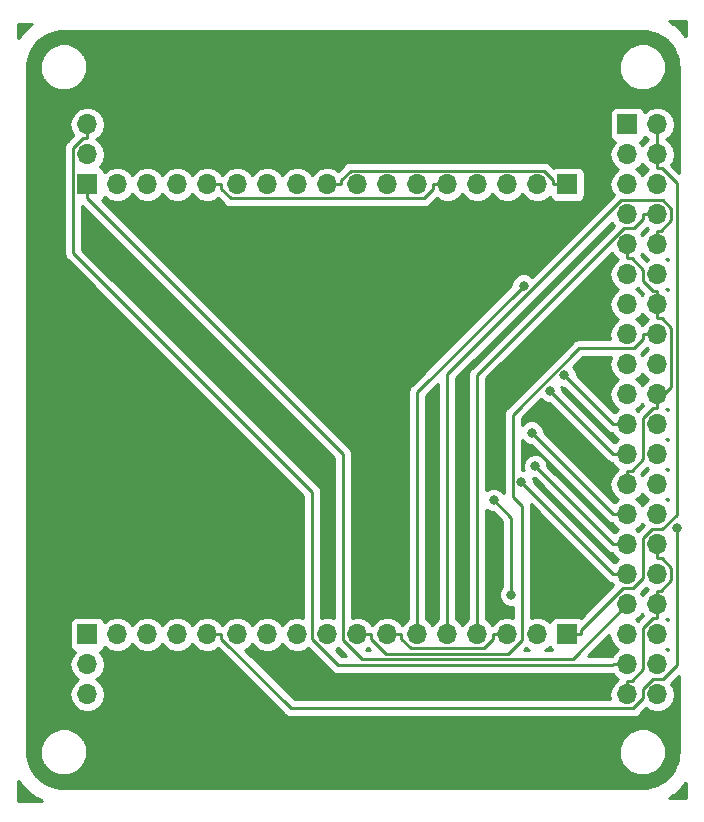
<source format=gbl>
G04 #@! TF.GenerationSoftware,KiCad,Pcbnew,5.0.0-rc1-44a33f2~62~ubuntu17.10.1*
G04 #@! TF.CreationDate,2018-04-10T00:21:39+09:00*
G04 #@! TF.ProjectId,RaspiBBHat,526173706942424861742E6B69636164,rev?*
G04 #@! TF.SameCoordinates,Original*
G04 #@! TF.FileFunction,Copper,L2,Bot,Signal*
G04 #@! TF.FilePolarity,Positive*
%FSLAX46Y46*%
G04 Gerber Fmt 4.6, Leading zero omitted, Abs format (unit mm)*
G04 Created by KiCad (PCBNEW 5.0.0-rc1-44a33f2~62~ubuntu17.10.1) date Tue Apr 10 00:21:39 2018*
%MOMM*%
%LPD*%
G01*
G04 APERTURE LIST*
%ADD10R,1.700000X1.700000*%
%ADD11O,1.700000X1.700000*%
%ADD12C,0.800000*%
%ADD13C,0.250000*%
%ADD14C,0.254000*%
G04 APERTURE END LIST*
D10*
X78105000Y-81280000D03*
D11*
X78105000Y-78740000D03*
X78105000Y-76200000D03*
X78105000Y-124460000D03*
X78105000Y-121920000D03*
D10*
X78105000Y-119380000D03*
X123825000Y-76200000D03*
D11*
X126365000Y-76200000D03*
X123825000Y-78740000D03*
X126365000Y-78740000D03*
X123825000Y-81280000D03*
X126365000Y-81280000D03*
X123825000Y-83820000D03*
X126365000Y-83820000D03*
X123825000Y-86360000D03*
X126365000Y-86360000D03*
X123825000Y-88900000D03*
X126365000Y-88900000D03*
X123825000Y-91440000D03*
X126365000Y-91440000D03*
X123825000Y-93980000D03*
X126365000Y-93980000D03*
X123825000Y-96520000D03*
X126365000Y-96520000D03*
X123825000Y-99060000D03*
X126365000Y-99060000D03*
X123825000Y-101600000D03*
X126365000Y-101600000D03*
X123825000Y-104140000D03*
X126365000Y-104140000D03*
X123825000Y-106680000D03*
X126365000Y-106680000D03*
X123825000Y-109220000D03*
X126365000Y-109220000D03*
X123825000Y-111760000D03*
X126365000Y-111760000D03*
X123825000Y-114300000D03*
X126365000Y-114300000D03*
X123825000Y-116840000D03*
X126365000Y-116840000D03*
X123825000Y-119380000D03*
X126365000Y-119380000D03*
X123825000Y-121920000D03*
X126365000Y-121920000D03*
X123825000Y-124460000D03*
X126365000Y-124460000D03*
D10*
X118745000Y-81280000D03*
D11*
X116205000Y-81280000D03*
X113665000Y-81280000D03*
X111125000Y-81280000D03*
X108585000Y-81280000D03*
X106045000Y-81280000D03*
X103505000Y-81280000D03*
X100965000Y-81280000D03*
X98425000Y-81280000D03*
X95885000Y-81280000D03*
X93345000Y-81280000D03*
X90805000Y-81280000D03*
X88265000Y-81280000D03*
X85725000Y-81280000D03*
X83185000Y-81280000D03*
X80645000Y-81280000D03*
X80645000Y-119380000D03*
X83185000Y-119380000D03*
X85725000Y-119380000D03*
X88265000Y-119380000D03*
X90805000Y-119380000D03*
X93345000Y-119380000D03*
X95885000Y-119380000D03*
X98425000Y-119380000D03*
X100965000Y-119380000D03*
X103505000Y-119380000D03*
X106045000Y-119380000D03*
X108585000Y-119380000D03*
X111125000Y-119380000D03*
X113665000Y-119380000D03*
X116205000Y-119380000D03*
D10*
X118745000Y-119380000D03*
D12*
X112500000Y-108000000D03*
X114000000Y-116000000D03*
X118505100Y-97451500D03*
X117244600Y-98734900D03*
X115717200Y-102287500D03*
X116033000Y-105143300D03*
X114857900Y-106508200D03*
X128000900Y-110350200D03*
X115045200Y-89840700D03*
D13*
X114000000Y-109500000D02*
X112500000Y-108000000D01*
X114000000Y-116000000D02*
X114000000Y-109500000D01*
X123825000Y-121920000D02*
X122649700Y-121920000D01*
X78105000Y-76200000D02*
X78105000Y-77375300D01*
X122593000Y-121976700D02*
X122649700Y-121920000D01*
X99334800Y-121976700D02*
X122593000Y-121976700D01*
X97155000Y-119796900D02*
X99334800Y-121976700D01*
X97155000Y-107339800D02*
X97155000Y-119796900D01*
X76926700Y-87111500D02*
X97155000Y-107339800D01*
X76926700Y-78186200D02*
X76926700Y-87111500D01*
X77737600Y-77375300D02*
X76926700Y-78186200D01*
X78105000Y-77375300D02*
X77737600Y-77375300D01*
X125997600Y-118015300D02*
X126365000Y-118015300D01*
X125189700Y-118823200D02*
X125997600Y-118015300D01*
X125189700Y-122287400D02*
X125189700Y-118823200D01*
X124192400Y-123284700D02*
X125189700Y-122287400D01*
X123825000Y-123284700D02*
X124192400Y-123284700D01*
X123825000Y-124460000D02*
X123825000Y-123284700D01*
X125997600Y-100235300D02*
X126365000Y-100235300D01*
X125189700Y-101043200D02*
X125997600Y-100235300D01*
X125189700Y-104507400D02*
X125189700Y-101043200D01*
X124192400Y-105504700D02*
X125189700Y-104507400D01*
X123825000Y-105504700D02*
X124192400Y-105504700D01*
X123825000Y-106680000D02*
X123825000Y-105504700D01*
X126365000Y-99060000D02*
X126365000Y-99647600D01*
X126365000Y-99647600D02*
X126365000Y-100235300D01*
X126732400Y-92615300D02*
X126365000Y-92615300D01*
X127540300Y-93423200D02*
X126732400Y-92615300D01*
X127540300Y-98472300D02*
X127540300Y-93423200D01*
X126365000Y-99647600D02*
X127540300Y-98472300D01*
X126365000Y-91440000D02*
X126365000Y-92615300D01*
X125997600Y-90264700D02*
X126365000Y-90264700D01*
X125189700Y-89456800D02*
X125997600Y-90264700D01*
X125189700Y-88532600D02*
X125189700Y-89456800D01*
X124192400Y-87535300D02*
X125189700Y-88532600D01*
X123825000Y-87535300D02*
X124192400Y-87535300D01*
X123825000Y-86360000D02*
X123825000Y-87535300D01*
X126365000Y-91440000D02*
X126365000Y-90264700D01*
X126365000Y-117133800D02*
X126365000Y-118015300D01*
X89440300Y-81647400D02*
X89440300Y-81280000D01*
X90248200Y-82455300D02*
X89440300Y-81647400D01*
X106601700Y-82455300D02*
X90248200Y-82455300D01*
X107409700Y-81647300D02*
X106601700Y-82455300D01*
X107409700Y-81280000D02*
X107409700Y-81647300D01*
X108585000Y-81280000D02*
X107409700Y-81280000D01*
X88265000Y-81280000D02*
X89440300Y-81280000D01*
X104680300Y-119747400D02*
X104680300Y-119380000D01*
X105488200Y-120555300D02*
X104680300Y-119747400D01*
X111681700Y-120555300D02*
X105488200Y-120555300D01*
X112489700Y-119747300D02*
X111681700Y-120555300D01*
X112489700Y-119380000D02*
X112489700Y-119747300D01*
X113665000Y-119380000D02*
X112489700Y-119380000D01*
X103505000Y-119380000D02*
X104680300Y-119380000D01*
X126365000Y-117133800D02*
X126365000Y-116840000D01*
X126732400Y-112935300D02*
X126365000Y-112935300D01*
X127540300Y-113743200D02*
X126732400Y-112935300D01*
X127540300Y-114799200D02*
X127540300Y-113743200D01*
X126674800Y-115664700D02*
X127540300Y-114799200D01*
X126365000Y-115664700D02*
X126674800Y-115664700D01*
X126365000Y-116840000D02*
X126365000Y-115664700D01*
X126365000Y-111760000D02*
X126365000Y-112935300D01*
X117569700Y-80912600D02*
X117569700Y-81280000D01*
X116761800Y-80104700D02*
X117569700Y-80912600D01*
X100408300Y-80104700D02*
X116761800Y-80104700D01*
X99600300Y-80912700D02*
X100408300Y-80104700D01*
X99600300Y-81280000D02*
X99600300Y-80912700D01*
X98425000Y-81280000D02*
X99600300Y-81280000D01*
X118745000Y-81280000D02*
X117569700Y-81280000D01*
X122649700Y-101596100D02*
X118505100Y-97451500D01*
X122649700Y-101600000D02*
X122649700Y-101596100D01*
X123825000Y-101600000D02*
X122649700Y-101600000D01*
X123825000Y-104140000D02*
X122649700Y-104140000D01*
X117244600Y-98734900D02*
X122649700Y-104140000D01*
X123825000Y-109220000D02*
X122649700Y-109220000D01*
X115717200Y-102287500D02*
X122649700Y-109220000D01*
X123825000Y-111760000D02*
X122649700Y-111760000D01*
X116033000Y-105143300D02*
X122649700Y-111760000D01*
X123825000Y-114300000D02*
X122649700Y-114300000D01*
X114857900Y-106508200D02*
X122649700Y-114300000D01*
X99761100Y-104111400D02*
X78105000Y-82455300D01*
X99761100Y-119851600D02*
X99761100Y-104111400D01*
X101382800Y-121473300D02*
X99761100Y-119851600D01*
X119191700Y-121473300D02*
X101382800Y-121473300D01*
X123825000Y-116840000D02*
X119191700Y-121473300D01*
X78105000Y-81280000D02*
X78105000Y-82455300D01*
X89440300Y-119747300D02*
X95338000Y-125645000D01*
X128000900Y-122000000D02*
X128000900Y-110350200D01*
X125189500Y-124782700D02*
X125189500Y-123971200D01*
X126810900Y-123190000D02*
X128000900Y-122000000D01*
X125970700Y-123190000D02*
X126810900Y-123190000D01*
X88265000Y-119380000D02*
X89440300Y-119380000D01*
X124327200Y-125645000D02*
X125189500Y-124782700D01*
X95338000Y-125645000D02*
X124327200Y-125645000D01*
X125189500Y-123971200D02*
X125970700Y-123190000D01*
X89440300Y-119380000D02*
X89440300Y-119747300D01*
X125189700Y-94347400D02*
X125189700Y-93980000D01*
X124381800Y-95155300D02*
X125189700Y-94347400D01*
X119738900Y-95155300D02*
X124381800Y-95155300D01*
X114131200Y-100763000D02*
X119738900Y-95155300D01*
X114131200Y-107717300D02*
X114131200Y-100763000D01*
X114884800Y-108470900D02*
X114131200Y-107717300D01*
X114884800Y-119829400D02*
X114884800Y-108470900D01*
X113691300Y-121022900D02*
X114884800Y-119829400D01*
X103415900Y-121022900D02*
X113691300Y-121022900D01*
X102140300Y-119747300D02*
X103415900Y-121022900D01*
X102140300Y-119380000D02*
X102140300Y-119747300D01*
X100965000Y-119380000D02*
X102140300Y-119380000D01*
X126365000Y-93980000D02*
X125189700Y-93980000D01*
X106045000Y-98840900D02*
X115045200Y-89840700D01*
X106045000Y-119380000D02*
X106045000Y-98840900D01*
X126672600Y-85184700D02*
X126365000Y-85184700D01*
X127551600Y-84305700D02*
X126672600Y-85184700D01*
X127551600Y-83339200D02*
X127551600Y-84305700D01*
X126849100Y-82636700D02*
X127551600Y-83339200D01*
X123306600Y-82636700D02*
X126849100Y-82636700D01*
X108585000Y-97358300D02*
X123306600Y-82636700D01*
X108585000Y-119380000D02*
X108585000Y-97358300D01*
X126365000Y-86360000D02*
X126365000Y-85184700D01*
X126365000Y-83820000D02*
X125189700Y-83820000D01*
X111125000Y-119380000D02*
X111125000Y-118204700D01*
X111125000Y-97395700D02*
X111125000Y-118204700D01*
X123525400Y-84995300D02*
X111125000Y-97395700D01*
X124381800Y-84995300D02*
X123525400Y-84995300D01*
X125189700Y-84187400D02*
X124381800Y-84995300D01*
X125189700Y-83820000D02*
X125189700Y-84187400D01*
X126365000Y-78740000D02*
X126365000Y-76200000D01*
X126732300Y-79915300D02*
X126365000Y-79915300D01*
X128001900Y-81184900D02*
X126732300Y-79915300D01*
X128001900Y-109274000D02*
X128001900Y-81184900D01*
X126785900Y-110490000D02*
X128001900Y-109274000D01*
X125934000Y-110490000D02*
X126785900Y-110490000D01*
X125189600Y-111234400D02*
X125934000Y-110490000D01*
X125189600Y-114616700D02*
X125189600Y-111234400D01*
X124330900Y-115475400D02*
X125189600Y-114616700D01*
X123457600Y-115475400D02*
X124330900Y-115475400D01*
X119920300Y-119012700D02*
X123457600Y-115475400D01*
X119920300Y-119380000D02*
X119920300Y-119012700D01*
X118745000Y-119380000D02*
X119920300Y-119380000D01*
X126365000Y-78740000D02*
X126365000Y-79915300D01*
D14*
G36*
X72374217Y-131925763D02*
X72374222Y-131925772D01*
X72392092Y-131950367D01*
X72419442Y-131988012D01*
X72419452Y-131988023D01*
X72670409Y-132297929D01*
X72670416Y-132297939D01*
X72694806Y-132325027D01*
X72721894Y-132355111D01*
X72721904Y-132355120D01*
X73003889Y-132637106D01*
X73061061Y-132688584D01*
X73061071Y-132688591D01*
X73370977Y-132939548D01*
X73370988Y-132939558D01*
X73394774Y-132956839D01*
X73433228Y-132984778D01*
X73433237Y-132984783D01*
X73767686Y-133201978D01*
X73767691Y-133201981D01*
X73834317Y-133240447D01*
X74189650Y-133421498D01*
X74259932Y-133452790D01*
X74259939Y-133452792D01*
X74297801Y-133467326D01*
X72263000Y-133476430D01*
X72263000Y-131754504D01*
X72374217Y-131925763D01*
X72374217Y-131925763D01*
G37*
X72374217Y-131925763D02*
X72374222Y-131925772D01*
X72392092Y-131950367D01*
X72419442Y-131988012D01*
X72419452Y-131988023D01*
X72670409Y-132297929D01*
X72670416Y-132297939D01*
X72694806Y-132325027D01*
X72721894Y-132355111D01*
X72721904Y-132355120D01*
X73003889Y-132637106D01*
X73061061Y-132688584D01*
X73061071Y-132688591D01*
X73370977Y-132939548D01*
X73370988Y-132939558D01*
X73394774Y-132956839D01*
X73433228Y-132984778D01*
X73433237Y-132984783D01*
X73767686Y-133201978D01*
X73767691Y-133201981D01*
X73834317Y-133240447D01*
X74189650Y-133421498D01*
X74259932Y-133452790D01*
X74259939Y-133452792D01*
X74297801Y-133467326D01*
X72263000Y-133476430D01*
X72263000Y-131754504D01*
X72374217Y-131925763D01*
G36*
X128778000Y-133223567D02*
X127351867Y-133229948D01*
X127358069Y-133226367D01*
X127400309Y-133201981D01*
X127400322Y-133201972D01*
X127734763Y-132984783D01*
X127734772Y-132984778D01*
X127773226Y-132956839D01*
X127797012Y-132939558D01*
X127797023Y-132939548D01*
X128106929Y-132688591D01*
X128106939Y-132688584D01*
X128147982Y-132651628D01*
X128164111Y-132637106D01*
X128164120Y-132637096D01*
X128446106Y-132355111D01*
X128497584Y-132297939D01*
X128497591Y-132297929D01*
X128748548Y-131988023D01*
X128748558Y-131988012D01*
X128775908Y-131950367D01*
X128778000Y-131947488D01*
X128778000Y-133223567D01*
X128778000Y-133223567D01*
G37*
X128778000Y-133223567D02*
X127351867Y-133229948D01*
X127358069Y-133226367D01*
X127400309Y-133201981D01*
X127400322Y-133201972D01*
X127734763Y-132984783D01*
X127734772Y-132984778D01*
X127773226Y-132956839D01*
X127797012Y-132939558D01*
X127797023Y-132939548D01*
X128106929Y-132688591D01*
X128106939Y-132688584D01*
X128147982Y-132651628D01*
X128164111Y-132637106D01*
X128164120Y-132637096D01*
X128446106Y-132355111D01*
X128497584Y-132297939D01*
X128497591Y-132297929D01*
X128748548Y-131988023D01*
X128748558Y-131988012D01*
X128775908Y-131950367D01*
X128778000Y-131947488D01*
X128778000Y-133223567D01*
G36*
X124980020Y-68289951D02*
X125056532Y-68297993D01*
X125416322Y-68316849D01*
X125734123Y-68367184D01*
X126044918Y-68450462D01*
X126345306Y-68565770D01*
X126631999Y-68711847D01*
X126901853Y-68887093D01*
X127151903Y-69089579D01*
X127379424Y-69317101D01*
X127581910Y-69567151D01*
X127757153Y-69837001D01*
X127903229Y-70123691D01*
X128018541Y-70424090D01*
X128101816Y-70734876D01*
X128152151Y-71052678D01*
X128170000Y-71393254D01*
X128170000Y-80278198D01*
X127542491Y-79650689D01*
X127763839Y-79319418D01*
X127879092Y-78740000D01*
X127763839Y-78160582D01*
X127435625Y-77669375D01*
X127137239Y-77470000D01*
X127435625Y-77270625D01*
X127763839Y-76779418D01*
X127879092Y-76200000D01*
X127763839Y-75620582D01*
X127435625Y-75129375D01*
X126944418Y-74801161D01*
X126511256Y-74715000D01*
X126218744Y-74715000D01*
X125785582Y-74801161D01*
X125294375Y-75129375D01*
X125282184Y-75147619D01*
X125273157Y-75102235D01*
X125132809Y-74892191D01*
X124922765Y-74751843D01*
X124675000Y-74702560D01*
X122975000Y-74702560D01*
X122727235Y-74751843D01*
X122517191Y-74892191D01*
X122376843Y-75102235D01*
X122327560Y-75350000D01*
X122327560Y-77050000D01*
X122376843Y-77297765D01*
X122517191Y-77507809D01*
X122727235Y-77648157D01*
X122772619Y-77657184D01*
X122754375Y-77669375D01*
X122426161Y-78160582D01*
X122310908Y-78740000D01*
X122426161Y-79319418D01*
X122754375Y-79810625D01*
X123052761Y-80010000D01*
X122754375Y-80209375D01*
X122426161Y-80700582D01*
X122310908Y-81280000D01*
X122426161Y-81859418D01*
X122659645Y-82208852D01*
X115768354Y-89100143D01*
X115631480Y-88963269D01*
X115251074Y-88805700D01*
X114839326Y-88805700D01*
X114458920Y-88963269D01*
X114167769Y-89254420D01*
X114010200Y-89634826D01*
X114010200Y-89800898D01*
X105560528Y-98250571D01*
X105497072Y-98292971D01*
X105454672Y-98356427D01*
X105454671Y-98356428D01*
X105329097Y-98544363D01*
X105270112Y-98840900D01*
X105285001Y-98915752D01*
X105285000Y-118101822D01*
X104974375Y-118309375D01*
X104775000Y-118607761D01*
X104575625Y-118309375D01*
X104084418Y-117981161D01*
X103651256Y-117895000D01*
X103358744Y-117895000D01*
X102925582Y-117981161D01*
X102434375Y-118309375D01*
X102235000Y-118607761D01*
X102035625Y-118309375D01*
X101544418Y-117981161D01*
X101111256Y-117895000D01*
X100818744Y-117895000D01*
X100521100Y-117954205D01*
X100521100Y-104186246D01*
X100535988Y-104111399D01*
X100521100Y-104036552D01*
X100521100Y-104036548D01*
X100477004Y-103814863D01*
X100370539Y-103655527D01*
X100351429Y-103626926D01*
X100351427Y-103626924D01*
X100309029Y-103563471D01*
X100245576Y-103521073D01*
X79352564Y-82628063D01*
X79412809Y-82587809D01*
X79553157Y-82377765D01*
X79562184Y-82332381D01*
X79574375Y-82350625D01*
X80065582Y-82678839D01*
X80498744Y-82765000D01*
X80791256Y-82765000D01*
X81224418Y-82678839D01*
X81715625Y-82350625D01*
X81915000Y-82052239D01*
X82114375Y-82350625D01*
X82605582Y-82678839D01*
X83038744Y-82765000D01*
X83331256Y-82765000D01*
X83764418Y-82678839D01*
X84255625Y-82350625D01*
X84455000Y-82052239D01*
X84654375Y-82350625D01*
X85145582Y-82678839D01*
X85578744Y-82765000D01*
X85871256Y-82765000D01*
X86304418Y-82678839D01*
X86795625Y-82350625D01*
X86995000Y-82052239D01*
X87194375Y-82350625D01*
X87685582Y-82678839D01*
X88118744Y-82765000D01*
X88411256Y-82765000D01*
X88844418Y-82678839D01*
X89175629Y-82457531D01*
X89657870Y-82939772D01*
X89700271Y-83003229D01*
X89951663Y-83171204D01*
X90173348Y-83215300D01*
X90173352Y-83215300D01*
X90248199Y-83230188D01*
X90323046Y-83215300D01*
X106526853Y-83215300D01*
X106601700Y-83230188D01*
X106676547Y-83215300D01*
X106676552Y-83215300D01*
X106898237Y-83171204D01*
X107149629Y-83003229D01*
X107192031Y-82939770D01*
X107674311Y-82457491D01*
X108005582Y-82678839D01*
X108438744Y-82765000D01*
X108731256Y-82765000D01*
X109164418Y-82678839D01*
X109655625Y-82350625D01*
X109855000Y-82052239D01*
X110054375Y-82350625D01*
X110545582Y-82678839D01*
X110978744Y-82765000D01*
X111271256Y-82765000D01*
X111704418Y-82678839D01*
X112195625Y-82350625D01*
X112395000Y-82052239D01*
X112594375Y-82350625D01*
X113085582Y-82678839D01*
X113518744Y-82765000D01*
X113811256Y-82765000D01*
X114244418Y-82678839D01*
X114735625Y-82350625D01*
X114935000Y-82052239D01*
X115134375Y-82350625D01*
X115625582Y-82678839D01*
X116058744Y-82765000D01*
X116351256Y-82765000D01*
X116784418Y-82678839D01*
X117275625Y-82350625D01*
X117287816Y-82332381D01*
X117296843Y-82377765D01*
X117437191Y-82587809D01*
X117647235Y-82728157D01*
X117895000Y-82777440D01*
X119595000Y-82777440D01*
X119842765Y-82728157D01*
X120052809Y-82587809D01*
X120193157Y-82377765D01*
X120242440Y-82130000D01*
X120242440Y-80430000D01*
X120193157Y-80182235D01*
X120052809Y-79972191D01*
X119842765Y-79831843D01*
X119595000Y-79782560D01*
X117895000Y-79782560D01*
X117647235Y-79831843D01*
X117597186Y-79865285D01*
X117352131Y-79620230D01*
X117309729Y-79556771D01*
X117058337Y-79388796D01*
X116836652Y-79344700D01*
X116836647Y-79344700D01*
X116761800Y-79329812D01*
X116686953Y-79344700D01*
X100483148Y-79344700D01*
X100408300Y-79329812D01*
X100333452Y-79344700D01*
X100333448Y-79344700D01*
X100111763Y-79388796D01*
X99860371Y-79556771D01*
X99817971Y-79620227D01*
X99335689Y-80102509D01*
X99004418Y-79881161D01*
X98571256Y-79795000D01*
X98278744Y-79795000D01*
X97845582Y-79881161D01*
X97354375Y-80209375D01*
X97155000Y-80507761D01*
X96955625Y-80209375D01*
X96464418Y-79881161D01*
X96031256Y-79795000D01*
X95738744Y-79795000D01*
X95305582Y-79881161D01*
X94814375Y-80209375D01*
X94615000Y-80507761D01*
X94415625Y-80209375D01*
X93924418Y-79881161D01*
X93491256Y-79795000D01*
X93198744Y-79795000D01*
X92765582Y-79881161D01*
X92274375Y-80209375D01*
X92075000Y-80507761D01*
X91875625Y-80209375D01*
X91384418Y-79881161D01*
X90951256Y-79795000D01*
X90658744Y-79795000D01*
X90225582Y-79881161D01*
X89734375Y-80209375D01*
X89535000Y-80507761D01*
X89335625Y-80209375D01*
X88844418Y-79881161D01*
X88411256Y-79795000D01*
X88118744Y-79795000D01*
X87685582Y-79881161D01*
X87194375Y-80209375D01*
X86995000Y-80507761D01*
X86795625Y-80209375D01*
X86304418Y-79881161D01*
X85871256Y-79795000D01*
X85578744Y-79795000D01*
X85145582Y-79881161D01*
X84654375Y-80209375D01*
X84455000Y-80507761D01*
X84255625Y-80209375D01*
X83764418Y-79881161D01*
X83331256Y-79795000D01*
X83038744Y-79795000D01*
X82605582Y-79881161D01*
X82114375Y-80209375D01*
X81915000Y-80507761D01*
X81715625Y-80209375D01*
X81224418Y-79881161D01*
X80791256Y-79795000D01*
X80498744Y-79795000D01*
X80065582Y-79881161D01*
X79574375Y-80209375D01*
X79562184Y-80227619D01*
X79553157Y-80182235D01*
X79412809Y-79972191D01*
X79202765Y-79831843D01*
X79157381Y-79822816D01*
X79175625Y-79810625D01*
X79503839Y-79319418D01*
X79619092Y-78740000D01*
X79503839Y-78160582D01*
X79175625Y-77669375D01*
X78877239Y-77470000D01*
X79175625Y-77270625D01*
X79503839Y-76779418D01*
X79619092Y-76200000D01*
X79503839Y-75620582D01*
X79175625Y-75129375D01*
X78684418Y-74801161D01*
X78251256Y-74715000D01*
X77958744Y-74715000D01*
X77525582Y-74801161D01*
X77034375Y-75129375D01*
X76706161Y-75620582D01*
X76590908Y-76200000D01*
X76706161Y-76779418D01*
X76927469Y-77110629D01*
X76442230Y-77595869D01*
X76378771Y-77638271D01*
X76210796Y-77889664D01*
X76166700Y-78111349D01*
X76166700Y-78111353D01*
X76151812Y-78186200D01*
X76166700Y-78261047D01*
X76166701Y-87036648D01*
X76151812Y-87111500D01*
X76210797Y-87408037D01*
X76295832Y-87535300D01*
X76378772Y-87659429D01*
X76442228Y-87701829D01*
X96395000Y-107654602D01*
X96395001Y-117967353D01*
X96031256Y-117895000D01*
X95738744Y-117895000D01*
X95305582Y-117981161D01*
X94814375Y-118309375D01*
X94615000Y-118607761D01*
X94415625Y-118309375D01*
X93924418Y-117981161D01*
X93491256Y-117895000D01*
X93198744Y-117895000D01*
X92765582Y-117981161D01*
X92274375Y-118309375D01*
X92075000Y-118607761D01*
X91875625Y-118309375D01*
X91384418Y-117981161D01*
X90951256Y-117895000D01*
X90658744Y-117895000D01*
X90225582Y-117981161D01*
X89734375Y-118309375D01*
X89535000Y-118607761D01*
X89335625Y-118309375D01*
X88844418Y-117981161D01*
X88411256Y-117895000D01*
X88118744Y-117895000D01*
X87685582Y-117981161D01*
X87194375Y-118309375D01*
X86995000Y-118607761D01*
X86795625Y-118309375D01*
X86304418Y-117981161D01*
X85871256Y-117895000D01*
X85578744Y-117895000D01*
X85145582Y-117981161D01*
X84654375Y-118309375D01*
X84455000Y-118607761D01*
X84255625Y-118309375D01*
X83764418Y-117981161D01*
X83331256Y-117895000D01*
X83038744Y-117895000D01*
X82605582Y-117981161D01*
X82114375Y-118309375D01*
X81915000Y-118607761D01*
X81715625Y-118309375D01*
X81224418Y-117981161D01*
X80791256Y-117895000D01*
X80498744Y-117895000D01*
X80065582Y-117981161D01*
X79574375Y-118309375D01*
X79562184Y-118327619D01*
X79553157Y-118282235D01*
X79412809Y-118072191D01*
X79202765Y-117931843D01*
X78955000Y-117882560D01*
X77255000Y-117882560D01*
X77007235Y-117931843D01*
X76797191Y-118072191D01*
X76656843Y-118282235D01*
X76607560Y-118530000D01*
X76607560Y-120230000D01*
X76656843Y-120477765D01*
X76797191Y-120687809D01*
X77007235Y-120828157D01*
X77052619Y-120837184D01*
X77034375Y-120849375D01*
X76706161Y-121340582D01*
X76590908Y-121920000D01*
X76706161Y-122499418D01*
X77034375Y-122990625D01*
X77332761Y-123190000D01*
X77034375Y-123389375D01*
X76706161Y-123880582D01*
X76590908Y-124460000D01*
X76706161Y-125039418D01*
X77034375Y-125530625D01*
X77525582Y-125858839D01*
X77958744Y-125945000D01*
X78251256Y-125945000D01*
X78684418Y-125858839D01*
X79175625Y-125530625D01*
X79503839Y-125039418D01*
X79619092Y-124460000D01*
X79503839Y-123880582D01*
X79175625Y-123389375D01*
X78877239Y-123190000D01*
X79175625Y-122990625D01*
X79503839Y-122499418D01*
X79619092Y-121920000D01*
X79503839Y-121340582D01*
X79175625Y-120849375D01*
X79157381Y-120837184D01*
X79202765Y-120828157D01*
X79412809Y-120687809D01*
X79553157Y-120477765D01*
X79562184Y-120432381D01*
X79574375Y-120450625D01*
X80065582Y-120778839D01*
X80498744Y-120865000D01*
X80791256Y-120865000D01*
X81224418Y-120778839D01*
X81715625Y-120450625D01*
X81915000Y-120152239D01*
X82114375Y-120450625D01*
X82605582Y-120778839D01*
X83038744Y-120865000D01*
X83331256Y-120865000D01*
X83764418Y-120778839D01*
X84255625Y-120450625D01*
X84455000Y-120152239D01*
X84654375Y-120450625D01*
X85145582Y-120778839D01*
X85578744Y-120865000D01*
X85871256Y-120865000D01*
X86304418Y-120778839D01*
X86795625Y-120450625D01*
X86995000Y-120152239D01*
X87194375Y-120450625D01*
X87685582Y-120778839D01*
X88118744Y-120865000D01*
X88411256Y-120865000D01*
X88844418Y-120778839D01*
X89175689Y-120557491D01*
X94747673Y-126129476D01*
X94790071Y-126192929D01*
X94853524Y-126235327D01*
X94853526Y-126235329D01*
X94978902Y-126319102D01*
X95041463Y-126360904D01*
X95263148Y-126405000D01*
X95263152Y-126405000D01*
X95337999Y-126419888D01*
X95412846Y-126405000D01*
X124252353Y-126405000D01*
X124327200Y-126419888D01*
X124402047Y-126405000D01*
X124402052Y-126405000D01*
X124623737Y-126360904D01*
X124875129Y-126192929D01*
X124917531Y-126129471D01*
X125427456Y-125619547D01*
X125785582Y-125858839D01*
X126218744Y-125945000D01*
X126511256Y-125945000D01*
X126944418Y-125858839D01*
X127435625Y-125530625D01*
X127763839Y-125039418D01*
X127879092Y-124460000D01*
X127763839Y-123880582D01*
X127536042Y-123539659D01*
X128170001Y-122905701D01*
X128170001Y-129266727D01*
X128152151Y-129607322D01*
X128101816Y-129925124D01*
X128018541Y-130235910D01*
X127903229Y-130536309D01*
X127757153Y-130822999D01*
X127581910Y-131092849D01*
X127379424Y-131342899D01*
X127151903Y-131570421D01*
X126901853Y-131772907D01*
X126631999Y-131948153D01*
X126345306Y-132094230D01*
X126044918Y-132209538D01*
X125734123Y-132292816D01*
X125416322Y-132343151D01*
X125056532Y-132362007D01*
X124980020Y-132370049D01*
X124904979Y-132386000D01*
X76263021Y-132386000D01*
X76187980Y-132370049D01*
X76111468Y-132362007D01*
X75751678Y-132343151D01*
X75433876Y-132292816D01*
X75123090Y-132209541D01*
X74822691Y-132094229D01*
X74536001Y-131948153D01*
X74266151Y-131772910D01*
X74016101Y-131570424D01*
X73788579Y-131342903D01*
X73586093Y-131092853D01*
X73410847Y-130822999D01*
X73264770Y-130536306D01*
X73149462Y-130235918D01*
X73066184Y-129925123D01*
X73015849Y-129607322D01*
X72996993Y-129247532D01*
X72988951Y-129171020D01*
X72973000Y-129095979D01*
X72973000Y-128981955D01*
X74101263Y-128981955D01*
X74110000Y-129353329D01*
X74110000Y-129724841D01*
X74119267Y-129747212D01*
X74119836Y-129771418D01*
X74386218Y-130414522D01*
X74397942Y-130419992D01*
X74412199Y-130454412D01*
X74970588Y-131012801D01*
X75005008Y-131027058D01*
X75010478Y-131038782D01*
X75356946Y-131172836D01*
X75700159Y-131315000D01*
X75724374Y-131315000D01*
X75746955Y-131323737D01*
X76118329Y-131315000D01*
X76489841Y-131315000D01*
X76512212Y-131305733D01*
X76536418Y-131305164D01*
X77179522Y-131038782D01*
X77184992Y-131027058D01*
X77219412Y-131012801D01*
X77777801Y-130454412D01*
X77792058Y-130419992D01*
X77803782Y-130414522D01*
X77937836Y-130068054D01*
X78080000Y-129724841D01*
X78080000Y-129700626D01*
X78088737Y-129678045D01*
X78080000Y-129306671D01*
X78080000Y-128981955D01*
X123101263Y-128981955D01*
X123110000Y-129353329D01*
X123110000Y-129724841D01*
X123119267Y-129747212D01*
X123119836Y-129771418D01*
X123386218Y-130414522D01*
X123397942Y-130419992D01*
X123412199Y-130454412D01*
X123970588Y-131012801D01*
X124005008Y-131027058D01*
X124010478Y-131038782D01*
X124356946Y-131172836D01*
X124700159Y-131315000D01*
X124724374Y-131315000D01*
X124746955Y-131323737D01*
X125118329Y-131315000D01*
X125489841Y-131315000D01*
X125512212Y-131305733D01*
X125536418Y-131305164D01*
X126179522Y-131038782D01*
X126184992Y-131027058D01*
X126219412Y-131012801D01*
X126777801Y-130454412D01*
X126792058Y-130419992D01*
X126803782Y-130414522D01*
X126937836Y-130068054D01*
X127080000Y-129724841D01*
X127080000Y-129700626D01*
X127088737Y-129678045D01*
X127080000Y-129306671D01*
X127080000Y-128935159D01*
X127070733Y-128912788D01*
X127070164Y-128888582D01*
X126803782Y-128245478D01*
X126792058Y-128240008D01*
X126777801Y-128205588D01*
X126219412Y-127647199D01*
X126184992Y-127632942D01*
X126179522Y-127621218D01*
X125833054Y-127487164D01*
X125489841Y-127345000D01*
X125465626Y-127345000D01*
X125443045Y-127336263D01*
X125071671Y-127345000D01*
X124700159Y-127345000D01*
X124677788Y-127354267D01*
X124653582Y-127354836D01*
X124010478Y-127621218D01*
X124005008Y-127632942D01*
X123970588Y-127647199D01*
X123412199Y-128205588D01*
X123397942Y-128240008D01*
X123386218Y-128245478D01*
X123252164Y-128591946D01*
X123110000Y-128935159D01*
X123110000Y-128959374D01*
X123101263Y-128981955D01*
X78080000Y-128981955D01*
X78080000Y-128935159D01*
X78070733Y-128912788D01*
X78070164Y-128888582D01*
X77803782Y-128245478D01*
X77792058Y-128240008D01*
X77777801Y-128205588D01*
X77219412Y-127647199D01*
X77184992Y-127632942D01*
X77179522Y-127621218D01*
X76833054Y-127487164D01*
X76489841Y-127345000D01*
X76465626Y-127345000D01*
X76443045Y-127336263D01*
X76071671Y-127345000D01*
X75700159Y-127345000D01*
X75677788Y-127354267D01*
X75653582Y-127354836D01*
X75010478Y-127621218D01*
X75005008Y-127632942D01*
X74970588Y-127647199D01*
X74412199Y-128205588D01*
X74397942Y-128240008D01*
X74386218Y-128245478D01*
X74252164Y-128591946D01*
X74110000Y-128935159D01*
X74110000Y-128959374D01*
X74101263Y-128981955D01*
X72973000Y-128981955D01*
X72973000Y-71564021D01*
X72988951Y-71488980D01*
X72996993Y-71412468D01*
X73015849Y-71052678D01*
X73027050Y-70981955D01*
X74101263Y-70981955D01*
X74110000Y-71353329D01*
X74110000Y-71724841D01*
X74119267Y-71747212D01*
X74119836Y-71771418D01*
X74386218Y-72414522D01*
X74397942Y-72419992D01*
X74412199Y-72454412D01*
X74970588Y-73012801D01*
X75005008Y-73027058D01*
X75010478Y-73038782D01*
X75356946Y-73172836D01*
X75700159Y-73315000D01*
X75724374Y-73315000D01*
X75746955Y-73323737D01*
X76118329Y-73315000D01*
X76489841Y-73315000D01*
X76512212Y-73305733D01*
X76536418Y-73305164D01*
X77179522Y-73038782D01*
X77184992Y-73027058D01*
X77219412Y-73012801D01*
X77777801Y-72454412D01*
X77792058Y-72419992D01*
X77803782Y-72414522D01*
X77937836Y-72068054D01*
X78080000Y-71724841D01*
X78080000Y-71700626D01*
X78088737Y-71678045D01*
X78080000Y-71306671D01*
X78080000Y-70981955D01*
X123101263Y-70981955D01*
X123110000Y-71353329D01*
X123110000Y-71724841D01*
X123119267Y-71747212D01*
X123119836Y-71771418D01*
X123386218Y-72414522D01*
X123397942Y-72419992D01*
X123412199Y-72454412D01*
X123970588Y-73012801D01*
X124005008Y-73027058D01*
X124010478Y-73038782D01*
X124356946Y-73172836D01*
X124700159Y-73315000D01*
X124724374Y-73315000D01*
X124746955Y-73323737D01*
X125118329Y-73315000D01*
X125489841Y-73315000D01*
X125512212Y-73305733D01*
X125536418Y-73305164D01*
X126179522Y-73038782D01*
X126184992Y-73027058D01*
X126219412Y-73012801D01*
X126777801Y-72454412D01*
X126792058Y-72419992D01*
X126803782Y-72414522D01*
X126937836Y-72068054D01*
X127080000Y-71724841D01*
X127080000Y-71700626D01*
X127088737Y-71678045D01*
X127080000Y-71306671D01*
X127080000Y-70935159D01*
X127070733Y-70912788D01*
X127070164Y-70888582D01*
X126803782Y-70245478D01*
X126792058Y-70240008D01*
X126777801Y-70205588D01*
X126219412Y-69647199D01*
X126184992Y-69632942D01*
X126179522Y-69621218D01*
X125833054Y-69487164D01*
X125489841Y-69345000D01*
X125465626Y-69345000D01*
X125443045Y-69336263D01*
X125071671Y-69345000D01*
X124700159Y-69345000D01*
X124677788Y-69354267D01*
X124653582Y-69354836D01*
X124010478Y-69621218D01*
X124005008Y-69632942D01*
X123970588Y-69647199D01*
X123412199Y-70205588D01*
X123397942Y-70240008D01*
X123386218Y-70245478D01*
X123252164Y-70591946D01*
X123110000Y-70935159D01*
X123110000Y-70959374D01*
X123101263Y-70981955D01*
X78080000Y-70981955D01*
X78080000Y-70935159D01*
X78070733Y-70912788D01*
X78070164Y-70888582D01*
X77803782Y-70245478D01*
X77792058Y-70240008D01*
X77777801Y-70205588D01*
X77219412Y-69647199D01*
X77184992Y-69632942D01*
X77179522Y-69621218D01*
X76833054Y-69487164D01*
X76489841Y-69345000D01*
X76465626Y-69345000D01*
X76443045Y-69336263D01*
X76071671Y-69345000D01*
X75700159Y-69345000D01*
X75677788Y-69354267D01*
X75653582Y-69354836D01*
X75010478Y-69621218D01*
X75005008Y-69632942D01*
X74970588Y-69647199D01*
X74412199Y-70205588D01*
X74397942Y-70240008D01*
X74386218Y-70245478D01*
X74252164Y-70591946D01*
X74110000Y-70935159D01*
X74110000Y-70959374D01*
X74101263Y-70981955D01*
X73027050Y-70981955D01*
X73066184Y-70734877D01*
X73149462Y-70424082D01*
X73264770Y-70123694D01*
X73410847Y-69837001D01*
X73586093Y-69567147D01*
X73788579Y-69317097D01*
X74016101Y-69089576D01*
X74266151Y-68887090D01*
X74536001Y-68711847D01*
X74822691Y-68565771D01*
X75123090Y-68450459D01*
X75433876Y-68367184D01*
X75751678Y-68316849D01*
X76111468Y-68297993D01*
X76187980Y-68289951D01*
X76263021Y-68274000D01*
X124904979Y-68274000D01*
X124980020Y-68289951D01*
X124980020Y-68289951D01*
G37*
X124980020Y-68289951D02*
X125056532Y-68297993D01*
X125416322Y-68316849D01*
X125734123Y-68367184D01*
X126044918Y-68450462D01*
X126345306Y-68565770D01*
X126631999Y-68711847D01*
X126901853Y-68887093D01*
X127151903Y-69089579D01*
X127379424Y-69317101D01*
X127581910Y-69567151D01*
X127757153Y-69837001D01*
X127903229Y-70123691D01*
X128018541Y-70424090D01*
X128101816Y-70734876D01*
X128152151Y-71052678D01*
X128170000Y-71393254D01*
X128170000Y-80278198D01*
X127542491Y-79650689D01*
X127763839Y-79319418D01*
X127879092Y-78740000D01*
X127763839Y-78160582D01*
X127435625Y-77669375D01*
X127137239Y-77470000D01*
X127435625Y-77270625D01*
X127763839Y-76779418D01*
X127879092Y-76200000D01*
X127763839Y-75620582D01*
X127435625Y-75129375D01*
X126944418Y-74801161D01*
X126511256Y-74715000D01*
X126218744Y-74715000D01*
X125785582Y-74801161D01*
X125294375Y-75129375D01*
X125282184Y-75147619D01*
X125273157Y-75102235D01*
X125132809Y-74892191D01*
X124922765Y-74751843D01*
X124675000Y-74702560D01*
X122975000Y-74702560D01*
X122727235Y-74751843D01*
X122517191Y-74892191D01*
X122376843Y-75102235D01*
X122327560Y-75350000D01*
X122327560Y-77050000D01*
X122376843Y-77297765D01*
X122517191Y-77507809D01*
X122727235Y-77648157D01*
X122772619Y-77657184D01*
X122754375Y-77669375D01*
X122426161Y-78160582D01*
X122310908Y-78740000D01*
X122426161Y-79319418D01*
X122754375Y-79810625D01*
X123052761Y-80010000D01*
X122754375Y-80209375D01*
X122426161Y-80700582D01*
X122310908Y-81280000D01*
X122426161Y-81859418D01*
X122659645Y-82208852D01*
X115768354Y-89100143D01*
X115631480Y-88963269D01*
X115251074Y-88805700D01*
X114839326Y-88805700D01*
X114458920Y-88963269D01*
X114167769Y-89254420D01*
X114010200Y-89634826D01*
X114010200Y-89800898D01*
X105560528Y-98250571D01*
X105497072Y-98292971D01*
X105454672Y-98356427D01*
X105454671Y-98356428D01*
X105329097Y-98544363D01*
X105270112Y-98840900D01*
X105285001Y-98915752D01*
X105285000Y-118101822D01*
X104974375Y-118309375D01*
X104775000Y-118607761D01*
X104575625Y-118309375D01*
X104084418Y-117981161D01*
X103651256Y-117895000D01*
X103358744Y-117895000D01*
X102925582Y-117981161D01*
X102434375Y-118309375D01*
X102235000Y-118607761D01*
X102035625Y-118309375D01*
X101544418Y-117981161D01*
X101111256Y-117895000D01*
X100818744Y-117895000D01*
X100521100Y-117954205D01*
X100521100Y-104186246D01*
X100535988Y-104111399D01*
X100521100Y-104036552D01*
X100521100Y-104036548D01*
X100477004Y-103814863D01*
X100370539Y-103655527D01*
X100351429Y-103626926D01*
X100351427Y-103626924D01*
X100309029Y-103563471D01*
X100245576Y-103521073D01*
X79352564Y-82628063D01*
X79412809Y-82587809D01*
X79553157Y-82377765D01*
X79562184Y-82332381D01*
X79574375Y-82350625D01*
X80065582Y-82678839D01*
X80498744Y-82765000D01*
X80791256Y-82765000D01*
X81224418Y-82678839D01*
X81715625Y-82350625D01*
X81915000Y-82052239D01*
X82114375Y-82350625D01*
X82605582Y-82678839D01*
X83038744Y-82765000D01*
X83331256Y-82765000D01*
X83764418Y-82678839D01*
X84255625Y-82350625D01*
X84455000Y-82052239D01*
X84654375Y-82350625D01*
X85145582Y-82678839D01*
X85578744Y-82765000D01*
X85871256Y-82765000D01*
X86304418Y-82678839D01*
X86795625Y-82350625D01*
X86995000Y-82052239D01*
X87194375Y-82350625D01*
X87685582Y-82678839D01*
X88118744Y-82765000D01*
X88411256Y-82765000D01*
X88844418Y-82678839D01*
X89175629Y-82457531D01*
X89657870Y-82939772D01*
X89700271Y-83003229D01*
X89951663Y-83171204D01*
X90173348Y-83215300D01*
X90173352Y-83215300D01*
X90248199Y-83230188D01*
X90323046Y-83215300D01*
X106526853Y-83215300D01*
X106601700Y-83230188D01*
X106676547Y-83215300D01*
X106676552Y-83215300D01*
X106898237Y-83171204D01*
X107149629Y-83003229D01*
X107192031Y-82939770D01*
X107674311Y-82457491D01*
X108005582Y-82678839D01*
X108438744Y-82765000D01*
X108731256Y-82765000D01*
X109164418Y-82678839D01*
X109655625Y-82350625D01*
X109855000Y-82052239D01*
X110054375Y-82350625D01*
X110545582Y-82678839D01*
X110978744Y-82765000D01*
X111271256Y-82765000D01*
X111704418Y-82678839D01*
X112195625Y-82350625D01*
X112395000Y-82052239D01*
X112594375Y-82350625D01*
X113085582Y-82678839D01*
X113518744Y-82765000D01*
X113811256Y-82765000D01*
X114244418Y-82678839D01*
X114735625Y-82350625D01*
X114935000Y-82052239D01*
X115134375Y-82350625D01*
X115625582Y-82678839D01*
X116058744Y-82765000D01*
X116351256Y-82765000D01*
X116784418Y-82678839D01*
X117275625Y-82350625D01*
X117287816Y-82332381D01*
X117296843Y-82377765D01*
X117437191Y-82587809D01*
X117647235Y-82728157D01*
X117895000Y-82777440D01*
X119595000Y-82777440D01*
X119842765Y-82728157D01*
X120052809Y-82587809D01*
X120193157Y-82377765D01*
X120242440Y-82130000D01*
X120242440Y-80430000D01*
X120193157Y-80182235D01*
X120052809Y-79972191D01*
X119842765Y-79831843D01*
X119595000Y-79782560D01*
X117895000Y-79782560D01*
X117647235Y-79831843D01*
X117597186Y-79865285D01*
X117352131Y-79620230D01*
X117309729Y-79556771D01*
X117058337Y-79388796D01*
X116836652Y-79344700D01*
X116836647Y-79344700D01*
X116761800Y-79329812D01*
X116686953Y-79344700D01*
X100483148Y-79344700D01*
X100408300Y-79329812D01*
X100333452Y-79344700D01*
X100333448Y-79344700D01*
X100111763Y-79388796D01*
X99860371Y-79556771D01*
X99817971Y-79620227D01*
X99335689Y-80102509D01*
X99004418Y-79881161D01*
X98571256Y-79795000D01*
X98278744Y-79795000D01*
X97845582Y-79881161D01*
X97354375Y-80209375D01*
X97155000Y-80507761D01*
X96955625Y-80209375D01*
X96464418Y-79881161D01*
X96031256Y-79795000D01*
X95738744Y-79795000D01*
X95305582Y-79881161D01*
X94814375Y-80209375D01*
X94615000Y-80507761D01*
X94415625Y-80209375D01*
X93924418Y-79881161D01*
X93491256Y-79795000D01*
X93198744Y-79795000D01*
X92765582Y-79881161D01*
X92274375Y-80209375D01*
X92075000Y-80507761D01*
X91875625Y-80209375D01*
X91384418Y-79881161D01*
X90951256Y-79795000D01*
X90658744Y-79795000D01*
X90225582Y-79881161D01*
X89734375Y-80209375D01*
X89535000Y-80507761D01*
X89335625Y-80209375D01*
X88844418Y-79881161D01*
X88411256Y-79795000D01*
X88118744Y-79795000D01*
X87685582Y-79881161D01*
X87194375Y-80209375D01*
X86995000Y-80507761D01*
X86795625Y-80209375D01*
X86304418Y-79881161D01*
X85871256Y-79795000D01*
X85578744Y-79795000D01*
X85145582Y-79881161D01*
X84654375Y-80209375D01*
X84455000Y-80507761D01*
X84255625Y-80209375D01*
X83764418Y-79881161D01*
X83331256Y-79795000D01*
X83038744Y-79795000D01*
X82605582Y-79881161D01*
X82114375Y-80209375D01*
X81915000Y-80507761D01*
X81715625Y-80209375D01*
X81224418Y-79881161D01*
X80791256Y-79795000D01*
X80498744Y-79795000D01*
X80065582Y-79881161D01*
X79574375Y-80209375D01*
X79562184Y-80227619D01*
X79553157Y-80182235D01*
X79412809Y-79972191D01*
X79202765Y-79831843D01*
X79157381Y-79822816D01*
X79175625Y-79810625D01*
X79503839Y-79319418D01*
X79619092Y-78740000D01*
X79503839Y-78160582D01*
X79175625Y-77669375D01*
X78877239Y-77470000D01*
X79175625Y-77270625D01*
X79503839Y-76779418D01*
X79619092Y-76200000D01*
X79503839Y-75620582D01*
X79175625Y-75129375D01*
X78684418Y-74801161D01*
X78251256Y-74715000D01*
X77958744Y-74715000D01*
X77525582Y-74801161D01*
X77034375Y-75129375D01*
X76706161Y-75620582D01*
X76590908Y-76200000D01*
X76706161Y-76779418D01*
X76927469Y-77110629D01*
X76442230Y-77595869D01*
X76378771Y-77638271D01*
X76210796Y-77889664D01*
X76166700Y-78111349D01*
X76166700Y-78111353D01*
X76151812Y-78186200D01*
X76166700Y-78261047D01*
X76166701Y-87036648D01*
X76151812Y-87111500D01*
X76210797Y-87408037D01*
X76295832Y-87535300D01*
X76378772Y-87659429D01*
X76442228Y-87701829D01*
X96395000Y-107654602D01*
X96395001Y-117967353D01*
X96031256Y-117895000D01*
X95738744Y-117895000D01*
X95305582Y-117981161D01*
X94814375Y-118309375D01*
X94615000Y-118607761D01*
X94415625Y-118309375D01*
X93924418Y-117981161D01*
X93491256Y-117895000D01*
X93198744Y-117895000D01*
X92765582Y-117981161D01*
X92274375Y-118309375D01*
X92075000Y-118607761D01*
X91875625Y-118309375D01*
X91384418Y-117981161D01*
X90951256Y-117895000D01*
X90658744Y-117895000D01*
X90225582Y-117981161D01*
X89734375Y-118309375D01*
X89535000Y-118607761D01*
X89335625Y-118309375D01*
X88844418Y-117981161D01*
X88411256Y-117895000D01*
X88118744Y-117895000D01*
X87685582Y-117981161D01*
X87194375Y-118309375D01*
X86995000Y-118607761D01*
X86795625Y-118309375D01*
X86304418Y-117981161D01*
X85871256Y-117895000D01*
X85578744Y-117895000D01*
X85145582Y-117981161D01*
X84654375Y-118309375D01*
X84455000Y-118607761D01*
X84255625Y-118309375D01*
X83764418Y-117981161D01*
X83331256Y-117895000D01*
X83038744Y-117895000D01*
X82605582Y-117981161D01*
X82114375Y-118309375D01*
X81915000Y-118607761D01*
X81715625Y-118309375D01*
X81224418Y-117981161D01*
X80791256Y-117895000D01*
X80498744Y-117895000D01*
X80065582Y-117981161D01*
X79574375Y-118309375D01*
X79562184Y-118327619D01*
X79553157Y-118282235D01*
X79412809Y-118072191D01*
X79202765Y-117931843D01*
X78955000Y-117882560D01*
X77255000Y-117882560D01*
X77007235Y-117931843D01*
X76797191Y-118072191D01*
X76656843Y-118282235D01*
X76607560Y-118530000D01*
X76607560Y-120230000D01*
X76656843Y-120477765D01*
X76797191Y-120687809D01*
X77007235Y-120828157D01*
X77052619Y-120837184D01*
X77034375Y-120849375D01*
X76706161Y-121340582D01*
X76590908Y-121920000D01*
X76706161Y-122499418D01*
X77034375Y-122990625D01*
X77332761Y-123190000D01*
X77034375Y-123389375D01*
X76706161Y-123880582D01*
X76590908Y-124460000D01*
X76706161Y-125039418D01*
X77034375Y-125530625D01*
X77525582Y-125858839D01*
X77958744Y-125945000D01*
X78251256Y-125945000D01*
X78684418Y-125858839D01*
X79175625Y-125530625D01*
X79503839Y-125039418D01*
X79619092Y-124460000D01*
X79503839Y-123880582D01*
X79175625Y-123389375D01*
X78877239Y-123190000D01*
X79175625Y-122990625D01*
X79503839Y-122499418D01*
X79619092Y-121920000D01*
X79503839Y-121340582D01*
X79175625Y-120849375D01*
X79157381Y-120837184D01*
X79202765Y-120828157D01*
X79412809Y-120687809D01*
X79553157Y-120477765D01*
X79562184Y-120432381D01*
X79574375Y-120450625D01*
X80065582Y-120778839D01*
X80498744Y-120865000D01*
X80791256Y-120865000D01*
X81224418Y-120778839D01*
X81715625Y-120450625D01*
X81915000Y-120152239D01*
X82114375Y-120450625D01*
X82605582Y-120778839D01*
X83038744Y-120865000D01*
X83331256Y-120865000D01*
X83764418Y-120778839D01*
X84255625Y-120450625D01*
X84455000Y-120152239D01*
X84654375Y-120450625D01*
X85145582Y-120778839D01*
X85578744Y-120865000D01*
X85871256Y-120865000D01*
X86304418Y-120778839D01*
X86795625Y-120450625D01*
X86995000Y-120152239D01*
X87194375Y-120450625D01*
X87685582Y-120778839D01*
X88118744Y-120865000D01*
X88411256Y-120865000D01*
X88844418Y-120778839D01*
X89175689Y-120557491D01*
X94747673Y-126129476D01*
X94790071Y-126192929D01*
X94853524Y-126235327D01*
X94853526Y-126235329D01*
X94978902Y-126319102D01*
X95041463Y-126360904D01*
X95263148Y-126405000D01*
X95263152Y-126405000D01*
X95337999Y-126419888D01*
X95412846Y-126405000D01*
X124252353Y-126405000D01*
X124327200Y-126419888D01*
X124402047Y-126405000D01*
X124402052Y-126405000D01*
X124623737Y-126360904D01*
X124875129Y-126192929D01*
X124917531Y-126129471D01*
X125427456Y-125619547D01*
X125785582Y-125858839D01*
X126218744Y-125945000D01*
X126511256Y-125945000D01*
X126944418Y-125858839D01*
X127435625Y-125530625D01*
X127763839Y-125039418D01*
X127879092Y-124460000D01*
X127763839Y-123880582D01*
X127536042Y-123539659D01*
X128170001Y-122905701D01*
X128170001Y-129266727D01*
X128152151Y-129607322D01*
X128101816Y-129925124D01*
X128018541Y-130235910D01*
X127903229Y-130536309D01*
X127757153Y-130822999D01*
X127581910Y-131092849D01*
X127379424Y-131342899D01*
X127151903Y-131570421D01*
X126901853Y-131772907D01*
X126631999Y-131948153D01*
X126345306Y-132094230D01*
X126044918Y-132209538D01*
X125734123Y-132292816D01*
X125416322Y-132343151D01*
X125056532Y-132362007D01*
X124980020Y-132370049D01*
X124904979Y-132386000D01*
X76263021Y-132386000D01*
X76187980Y-132370049D01*
X76111468Y-132362007D01*
X75751678Y-132343151D01*
X75433876Y-132292816D01*
X75123090Y-132209541D01*
X74822691Y-132094229D01*
X74536001Y-131948153D01*
X74266151Y-131772910D01*
X74016101Y-131570424D01*
X73788579Y-131342903D01*
X73586093Y-131092853D01*
X73410847Y-130822999D01*
X73264770Y-130536306D01*
X73149462Y-130235918D01*
X73066184Y-129925123D01*
X73015849Y-129607322D01*
X72996993Y-129247532D01*
X72988951Y-129171020D01*
X72973000Y-129095979D01*
X72973000Y-128981955D01*
X74101263Y-128981955D01*
X74110000Y-129353329D01*
X74110000Y-129724841D01*
X74119267Y-129747212D01*
X74119836Y-129771418D01*
X74386218Y-130414522D01*
X74397942Y-130419992D01*
X74412199Y-130454412D01*
X74970588Y-131012801D01*
X75005008Y-131027058D01*
X75010478Y-131038782D01*
X75356946Y-131172836D01*
X75700159Y-131315000D01*
X75724374Y-131315000D01*
X75746955Y-131323737D01*
X76118329Y-131315000D01*
X76489841Y-131315000D01*
X76512212Y-131305733D01*
X76536418Y-131305164D01*
X77179522Y-131038782D01*
X77184992Y-131027058D01*
X77219412Y-131012801D01*
X77777801Y-130454412D01*
X77792058Y-130419992D01*
X77803782Y-130414522D01*
X77937836Y-130068054D01*
X78080000Y-129724841D01*
X78080000Y-129700626D01*
X78088737Y-129678045D01*
X78080000Y-129306671D01*
X78080000Y-128981955D01*
X123101263Y-128981955D01*
X123110000Y-129353329D01*
X123110000Y-129724841D01*
X123119267Y-129747212D01*
X123119836Y-129771418D01*
X123386218Y-130414522D01*
X123397942Y-130419992D01*
X123412199Y-130454412D01*
X123970588Y-131012801D01*
X124005008Y-131027058D01*
X124010478Y-131038782D01*
X124356946Y-131172836D01*
X124700159Y-131315000D01*
X124724374Y-131315000D01*
X124746955Y-131323737D01*
X125118329Y-131315000D01*
X125489841Y-131315000D01*
X125512212Y-131305733D01*
X125536418Y-131305164D01*
X126179522Y-131038782D01*
X126184992Y-131027058D01*
X126219412Y-131012801D01*
X126777801Y-130454412D01*
X126792058Y-130419992D01*
X126803782Y-130414522D01*
X126937836Y-130068054D01*
X127080000Y-129724841D01*
X127080000Y-129700626D01*
X127088737Y-129678045D01*
X127080000Y-129306671D01*
X127080000Y-128935159D01*
X127070733Y-128912788D01*
X127070164Y-128888582D01*
X126803782Y-128245478D01*
X126792058Y-128240008D01*
X126777801Y-128205588D01*
X126219412Y-127647199D01*
X126184992Y-127632942D01*
X126179522Y-127621218D01*
X125833054Y-127487164D01*
X125489841Y-127345000D01*
X125465626Y-127345000D01*
X125443045Y-127336263D01*
X125071671Y-127345000D01*
X124700159Y-127345000D01*
X124677788Y-127354267D01*
X124653582Y-127354836D01*
X124010478Y-127621218D01*
X124005008Y-127632942D01*
X123970588Y-127647199D01*
X123412199Y-128205588D01*
X123397942Y-128240008D01*
X123386218Y-128245478D01*
X123252164Y-128591946D01*
X123110000Y-128935159D01*
X123110000Y-128959374D01*
X123101263Y-128981955D01*
X78080000Y-128981955D01*
X78080000Y-128935159D01*
X78070733Y-128912788D01*
X78070164Y-128888582D01*
X77803782Y-128245478D01*
X77792058Y-128240008D01*
X77777801Y-128205588D01*
X77219412Y-127647199D01*
X77184992Y-127632942D01*
X77179522Y-127621218D01*
X76833054Y-127487164D01*
X76489841Y-127345000D01*
X76465626Y-127345000D01*
X76443045Y-127336263D01*
X76071671Y-127345000D01*
X75700159Y-127345000D01*
X75677788Y-127354267D01*
X75653582Y-127354836D01*
X75010478Y-127621218D01*
X75005008Y-127632942D01*
X74970588Y-127647199D01*
X74412199Y-128205588D01*
X74397942Y-128240008D01*
X74386218Y-128245478D01*
X74252164Y-128591946D01*
X74110000Y-128935159D01*
X74110000Y-128959374D01*
X74101263Y-128981955D01*
X72973000Y-128981955D01*
X72973000Y-71564021D01*
X72988951Y-71488980D01*
X72996993Y-71412468D01*
X73015849Y-71052678D01*
X73027050Y-70981955D01*
X74101263Y-70981955D01*
X74110000Y-71353329D01*
X74110000Y-71724841D01*
X74119267Y-71747212D01*
X74119836Y-71771418D01*
X74386218Y-72414522D01*
X74397942Y-72419992D01*
X74412199Y-72454412D01*
X74970588Y-73012801D01*
X75005008Y-73027058D01*
X75010478Y-73038782D01*
X75356946Y-73172836D01*
X75700159Y-73315000D01*
X75724374Y-73315000D01*
X75746955Y-73323737D01*
X76118329Y-73315000D01*
X76489841Y-73315000D01*
X76512212Y-73305733D01*
X76536418Y-73305164D01*
X77179522Y-73038782D01*
X77184992Y-73027058D01*
X77219412Y-73012801D01*
X77777801Y-72454412D01*
X77792058Y-72419992D01*
X77803782Y-72414522D01*
X77937836Y-72068054D01*
X78080000Y-71724841D01*
X78080000Y-71700626D01*
X78088737Y-71678045D01*
X78080000Y-71306671D01*
X78080000Y-70981955D01*
X123101263Y-70981955D01*
X123110000Y-71353329D01*
X123110000Y-71724841D01*
X123119267Y-71747212D01*
X123119836Y-71771418D01*
X123386218Y-72414522D01*
X123397942Y-72419992D01*
X123412199Y-72454412D01*
X123970588Y-73012801D01*
X124005008Y-73027058D01*
X124010478Y-73038782D01*
X124356946Y-73172836D01*
X124700159Y-73315000D01*
X124724374Y-73315000D01*
X124746955Y-73323737D01*
X125118329Y-73315000D01*
X125489841Y-73315000D01*
X125512212Y-73305733D01*
X125536418Y-73305164D01*
X126179522Y-73038782D01*
X126184992Y-73027058D01*
X126219412Y-73012801D01*
X126777801Y-72454412D01*
X126792058Y-72419992D01*
X126803782Y-72414522D01*
X126937836Y-72068054D01*
X127080000Y-71724841D01*
X127080000Y-71700626D01*
X127088737Y-71678045D01*
X127080000Y-71306671D01*
X127080000Y-70935159D01*
X127070733Y-70912788D01*
X127070164Y-70888582D01*
X126803782Y-70245478D01*
X126792058Y-70240008D01*
X126777801Y-70205588D01*
X126219412Y-69647199D01*
X126184992Y-69632942D01*
X126179522Y-69621218D01*
X125833054Y-69487164D01*
X125489841Y-69345000D01*
X125465626Y-69345000D01*
X125443045Y-69336263D01*
X125071671Y-69345000D01*
X124700159Y-69345000D01*
X124677788Y-69354267D01*
X124653582Y-69354836D01*
X124010478Y-69621218D01*
X124005008Y-69632942D01*
X123970588Y-69647199D01*
X123412199Y-70205588D01*
X123397942Y-70240008D01*
X123386218Y-70245478D01*
X123252164Y-70591946D01*
X123110000Y-70935159D01*
X123110000Y-70959374D01*
X123101263Y-70981955D01*
X78080000Y-70981955D01*
X78080000Y-70935159D01*
X78070733Y-70912788D01*
X78070164Y-70888582D01*
X77803782Y-70245478D01*
X77792058Y-70240008D01*
X77777801Y-70205588D01*
X77219412Y-69647199D01*
X77184992Y-69632942D01*
X77179522Y-69621218D01*
X76833054Y-69487164D01*
X76489841Y-69345000D01*
X76465626Y-69345000D01*
X76443045Y-69336263D01*
X76071671Y-69345000D01*
X75700159Y-69345000D01*
X75677788Y-69354267D01*
X75653582Y-69354836D01*
X75010478Y-69621218D01*
X75005008Y-69632942D01*
X74970588Y-69647199D01*
X74412199Y-70205588D01*
X74397942Y-70240008D01*
X74386218Y-70245478D01*
X74252164Y-70591946D01*
X74110000Y-70935159D01*
X74110000Y-70959374D01*
X74101263Y-70981955D01*
X73027050Y-70981955D01*
X73066184Y-70734877D01*
X73149462Y-70424082D01*
X73264770Y-70123694D01*
X73410847Y-69837001D01*
X73586093Y-69567147D01*
X73788579Y-69317097D01*
X74016101Y-69089576D01*
X74266151Y-68887090D01*
X74536001Y-68711847D01*
X74822691Y-68565771D01*
X75123090Y-68450459D01*
X75433876Y-68367184D01*
X75751678Y-68316849D01*
X76111468Y-68297993D01*
X76187980Y-68289951D01*
X76263021Y-68274000D01*
X124904979Y-68274000D01*
X124980020Y-68289951D01*
G36*
X94814375Y-120450625D02*
X95305582Y-120778839D01*
X95738744Y-120865000D01*
X96031256Y-120865000D01*
X96464418Y-120778839D01*
X96822725Y-120539426D01*
X98744471Y-122461173D01*
X98786871Y-122524629D01*
X98850327Y-122567029D01*
X99038262Y-122692604D01*
X99086405Y-122702180D01*
X99259948Y-122736700D01*
X99259952Y-122736700D01*
X99334800Y-122751588D01*
X99409648Y-122736700D01*
X122518153Y-122736700D01*
X122593000Y-122751588D01*
X122594461Y-122751297D01*
X122754375Y-122990625D01*
X123052761Y-123190000D01*
X122754375Y-123389375D01*
X122426161Y-123880582D01*
X122310908Y-124460000D01*
X122395445Y-124885000D01*
X95652803Y-124885000D01*
X91481663Y-120713862D01*
X91875625Y-120450625D01*
X92075000Y-120152239D01*
X92274375Y-120450625D01*
X92765582Y-120778839D01*
X93198744Y-120865000D01*
X93491256Y-120865000D01*
X93924418Y-120778839D01*
X94415625Y-120450625D01*
X94615000Y-120152239D01*
X94814375Y-120450625D01*
X94814375Y-120450625D01*
G37*
X94814375Y-120450625D02*
X95305582Y-120778839D01*
X95738744Y-120865000D01*
X96031256Y-120865000D01*
X96464418Y-120778839D01*
X96822725Y-120539426D01*
X98744471Y-122461173D01*
X98786871Y-122524629D01*
X98850327Y-122567029D01*
X99038262Y-122692604D01*
X99086405Y-122702180D01*
X99259948Y-122736700D01*
X99259952Y-122736700D01*
X99334800Y-122751588D01*
X99409648Y-122736700D01*
X122518153Y-122736700D01*
X122593000Y-122751588D01*
X122594461Y-122751297D01*
X122754375Y-122990625D01*
X123052761Y-123190000D01*
X122754375Y-123389375D01*
X122426161Y-123880582D01*
X122310908Y-124460000D01*
X122395445Y-124885000D01*
X95652803Y-124885000D01*
X91481663Y-120713862D01*
X91875625Y-120450625D01*
X92075000Y-120152239D01*
X92274375Y-120450625D01*
X92765582Y-120778839D01*
X93198744Y-120865000D01*
X93491256Y-120865000D01*
X93924418Y-120778839D01*
X94415625Y-120450625D01*
X94615000Y-120152239D01*
X94814375Y-120450625D01*
G36*
X122426161Y-119959418D02*
X122754375Y-120450625D01*
X123052761Y-120650000D01*
X122754375Y-120849375D01*
X122542526Y-121166429D01*
X122353163Y-121204096D01*
X122334300Y-121216700D01*
X120523101Y-121216700D01*
X122319020Y-119420782D01*
X122426161Y-119959418D01*
X122426161Y-119959418D01*
G37*
X122426161Y-119959418D02*
X122754375Y-120450625D01*
X123052761Y-120650000D01*
X122754375Y-120849375D01*
X122542526Y-121166429D01*
X122353163Y-121204096D01*
X122334300Y-121216700D01*
X120523101Y-121216700D01*
X122319020Y-119420782D01*
X122426161Y-119959418D01*
G36*
X100051398Y-121216700D02*
X99649602Y-121216700D01*
X99128699Y-120695797D01*
X99369559Y-120534860D01*
X100051398Y-121216700D01*
X100051398Y-121216700D01*
G37*
X100051398Y-121216700D02*
X99649602Y-121216700D01*
X99128699Y-120695797D01*
X99369559Y-120534860D01*
X100051398Y-121216700D01*
G36*
X127240900Y-120719264D02*
X127137239Y-120650000D01*
X127240900Y-120580736D01*
X127240900Y-120719264D01*
X127240900Y-120719264D01*
G37*
X127240900Y-120719264D02*
X127137239Y-120650000D01*
X127240900Y-120580736D01*
X127240900Y-120719264D01*
G36*
X117296843Y-120477765D02*
X117437191Y-120687809D01*
X117475341Y-120713300D01*
X116882504Y-120713300D01*
X117275625Y-120450625D01*
X117287816Y-120432381D01*
X117296843Y-120477765D01*
X117296843Y-120477765D01*
G37*
X117296843Y-120477765D02*
X117437191Y-120687809D01*
X117475341Y-120713300D01*
X116882504Y-120713300D01*
X117275625Y-120450625D01*
X117287816Y-120432381D01*
X117296843Y-120477765D01*
G36*
X115527496Y-120713300D02*
X115075702Y-120713300D01*
X115256665Y-120532337D01*
X115527496Y-120713300D01*
X115527496Y-120713300D01*
G37*
X115527496Y-120713300D02*
X115075702Y-120713300D01*
X115256665Y-120532337D01*
X115527496Y-120713300D01*
G36*
X102031499Y-120713300D02*
X101697602Y-120713300D01*
X101675533Y-120691231D01*
X101875689Y-120557491D01*
X102031499Y-120713300D01*
X102031499Y-120713300D01*
G37*
X102031499Y-120713300D02*
X101697602Y-120713300D01*
X101675533Y-120691231D01*
X101875689Y-120557491D01*
X102031499Y-120713300D01*
G36*
X107825000Y-118101822D02*
X107514375Y-118309375D01*
X107315000Y-118607761D01*
X107115625Y-118309375D01*
X106805000Y-118101822D01*
X106805000Y-99155701D01*
X107825001Y-98135700D01*
X107825000Y-118101822D01*
X107825000Y-118101822D01*
G37*
X107825000Y-118101822D02*
X107514375Y-118309375D01*
X107315000Y-118607761D01*
X107115625Y-118309375D01*
X106805000Y-118101822D01*
X106805000Y-99155701D01*
X107825001Y-98135700D01*
X107825000Y-118101822D01*
G36*
X122674626Y-84771272D02*
X110640530Y-96805369D01*
X110577071Y-96847771D01*
X110409096Y-97099164D01*
X110365000Y-97320849D01*
X110365000Y-97320853D01*
X110350112Y-97395700D01*
X110365000Y-97470547D01*
X110365001Y-118101821D01*
X110054375Y-118309375D01*
X109855000Y-118607761D01*
X109655625Y-118309375D01*
X109345000Y-118101822D01*
X109345000Y-97673101D01*
X122503275Y-84514828D01*
X122674626Y-84771272D01*
X122674626Y-84771272D01*
G37*
X122674626Y-84771272D02*
X110640530Y-96805369D01*
X110577071Y-96847771D01*
X110409096Y-97099164D01*
X110365000Y-97320849D01*
X110365000Y-97320853D01*
X110350112Y-97395700D01*
X110365000Y-97470547D01*
X110365001Y-118101821D01*
X110054375Y-118309375D01*
X109855000Y-118607761D01*
X109655625Y-118309375D01*
X109345000Y-118101822D01*
X109345000Y-97673101D01*
X122503275Y-84514828D01*
X122674626Y-84771272D01*
G36*
X111913720Y-108877431D02*
X112294126Y-109035000D01*
X112460198Y-109035000D01*
X113240001Y-109814804D01*
X113240000Y-115296289D01*
X113122569Y-115413720D01*
X112965000Y-115794126D01*
X112965000Y-116205874D01*
X113122569Y-116586280D01*
X113413720Y-116877431D01*
X113794126Y-117035000D01*
X114124800Y-117035000D01*
X114124800Y-117957368D01*
X113811256Y-117895000D01*
X113518744Y-117895000D01*
X113085582Y-117981161D01*
X112594375Y-118309375D01*
X112395000Y-118607761D01*
X112195625Y-118309375D01*
X111885000Y-118101822D01*
X111885000Y-108848711D01*
X111913720Y-108877431D01*
X111913720Y-108877431D01*
G37*
X111913720Y-108877431D02*
X112294126Y-109035000D01*
X112460198Y-109035000D01*
X113240001Y-109814804D01*
X113240000Y-115296289D01*
X113122569Y-115413720D01*
X112965000Y-115794126D01*
X112965000Y-116205874D01*
X113122569Y-116586280D01*
X113413720Y-116877431D01*
X113794126Y-117035000D01*
X114124800Y-117035000D01*
X114124800Y-117957368D01*
X113811256Y-117895000D01*
X113518744Y-117895000D01*
X113085582Y-117981161D01*
X112594375Y-118309375D01*
X112395000Y-118607761D01*
X112195625Y-118309375D01*
X111885000Y-118101822D01*
X111885000Y-108848711D01*
X111913720Y-108877431D01*
G36*
X122059371Y-114784473D02*
X122101771Y-114847929D01*
X122353163Y-115015904D01*
X122542526Y-115053571D01*
X122647509Y-115210689D01*
X119892874Y-117965325D01*
X119842765Y-117931843D01*
X119595000Y-117882560D01*
X117895000Y-117882560D01*
X117647235Y-117931843D01*
X117437191Y-118072191D01*
X117296843Y-118282235D01*
X117287816Y-118327619D01*
X117275625Y-118309375D01*
X116784418Y-117981161D01*
X116351256Y-117895000D01*
X116058744Y-117895000D01*
X115644800Y-117977338D01*
X115644800Y-108545746D01*
X115659688Y-108470899D01*
X115644800Y-108396052D01*
X115644800Y-108396048D01*
X115638308Y-108363409D01*
X122059371Y-114784473D01*
X122059371Y-114784473D01*
G37*
X122059371Y-114784473D02*
X122101771Y-114847929D01*
X122353163Y-115015904D01*
X122542526Y-115053571D01*
X122647509Y-115210689D01*
X119892874Y-117965325D01*
X119842765Y-117931843D01*
X119595000Y-117882560D01*
X117895000Y-117882560D01*
X117647235Y-117931843D01*
X117437191Y-118072191D01*
X117296843Y-118282235D01*
X117287816Y-118327619D01*
X117275625Y-118309375D01*
X116784418Y-117981161D01*
X116351256Y-117895000D01*
X116058744Y-117895000D01*
X115644800Y-117977338D01*
X115644800Y-108545746D01*
X115659688Y-108470899D01*
X115644800Y-108396052D01*
X115644800Y-108396048D01*
X115638308Y-108363409D01*
X122059371Y-114784473D01*
G36*
X125187469Y-117750629D02*
X124735629Y-118202469D01*
X124597239Y-118110000D01*
X124895625Y-117910625D01*
X125095000Y-117612239D01*
X125187469Y-117750629D01*
X125187469Y-117750629D01*
G37*
X125187469Y-117750629D02*
X124735629Y-118202469D01*
X124597239Y-118110000D01*
X124895625Y-117910625D01*
X125095000Y-117612239D01*
X125187469Y-117750629D01*
G36*
X127240900Y-118179264D02*
X127137239Y-118110000D01*
X127240900Y-118040736D01*
X127240900Y-118179264D01*
X127240900Y-118179264D01*
G37*
X127240900Y-118179264D02*
X127137239Y-118110000D01*
X127240900Y-118040736D01*
X127240900Y-118179264D01*
G36*
X99001101Y-104426204D02*
X99001100Y-117980501D01*
X98571256Y-117895000D01*
X98278744Y-117895000D01*
X97915000Y-117967353D01*
X97915000Y-107414646D01*
X97929888Y-107339799D01*
X97915000Y-107264952D01*
X97915000Y-107264948D01*
X97870904Y-107043263D01*
X97702929Y-106791871D01*
X97639473Y-106749471D01*
X77686700Y-86796699D01*
X77686700Y-83111801D01*
X99001101Y-104426204D01*
X99001101Y-104426204D01*
G37*
X99001101Y-104426204D02*
X99001100Y-117980501D01*
X98571256Y-117895000D01*
X98278744Y-117895000D01*
X97915000Y-117967353D01*
X97915000Y-107414646D01*
X97929888Y-107339799D01*
X97915000Y-107264952D01*
X97915000Y-107264948D01*
X97870904Y-107043263D01*
X97702929Y-106791871D01*
X97639473Y-106749471D01*
X77686700Y-86796699D01*
X77686700Y-83111801D01*
X99001101Y-104426204D01*
G36*
X125592761Y-115570000D02*
X125294375Y-115769375D01*
X125095000Y-116067761D01*
X124982183Y-115898918D01*
X125423918Y-115457183D01*
X125592761Y-115570000D01*
X125592761Y-115570000D01*
G37*
X125592761Y-115570000D02*
X125294375Y-115769375D01*
X125095000Y-116067761D01*
X124982183Y-115898918D01*
X125423918Y-115457183D01*
X125592761Y-115570000D01*
G36*
X122059371Y-112244473D02*
X122101771Y-112307929D01*
X122353163Y-112475904D01*
X122542526Y-112513571D01*
X122754375Y-112830625D01*
X123052761Y-113030000D01*
X122754375Y-113229375D01*
X122714121Y-113289619D01*
X115892900Y-106468399D01*
X115892900Y-106302326D01*
X115841527Y-106178300D01*
X115993199Y-106178300D01*
X122059371Y-112244473D01*
X122059371Y-112244473D01*
G37*
X122059371Y-112244473D02*
X122101771Y-112307929D01*
X122353163Y-112475904D01*
X122542526Y-112513571D01*
X122754375Y-112830625D01*
X123052761Y-113030000D01*
X122754375Y-113229375D01*
X122714121Y-113289619D01*
X115892900Y-106468399D01*
X115892900Y-106302326D01*
X115841527Y-106178300D01*
X115993199Y-106178300D01*
X122059371Y-112244473D01*
G36*
X115130920Y-103164931D02*
X115511326Y-103322500D01*
X115677399Y-103322500D01*
X122059371Y-109704473D01*
X122101771Y-109767929D01*
X122353163Y-109935904D01*
X122542526Y-109973571D01*
X122754375Y-110290625D01*
X123052761Y-110490000D01*
X122754375Y-110689375D01*
X122714121Y-110749619D01*
X117068000Y-105103499D01*
X117068000Y-104937426D01*
X116910431Y-104557020D01*
X116619280Y-104265869D01*
X116238874Y-104108300D01*
X115827126Y-104108300D01*
X115446720Y-104265869D01*
X115155569Y-104557020D01*
X114998000Y-104937426D01*
X114998000Y-105349174D01*
X115049373Y-105473200D01*
X114891200Y-105473200D01*
X114891200Y-102925211D01*
X115130920Y-103164931D01*
X115130920Y-103164931D01*
G37*
X115130920Y-103164931D02*
X115511326Y-103322500D01*
X115677399Y-103322500D01*
X122059371Y-109704473D01*
X122101771Y-109767929D01*
X122353163Y-109935904D01*
X122542526Y-109973571D01*
X122754375Y-110290625D01*
X123052761Y-110490000D01*
X122754375Y-110689375D01*
X122714121Y-110749619D01*
X117068000Y-105103499D01*
X117068000Y-104937426D01*
X116910431Y-104557020D01*
X116619280Y-104265869D01*
X116238874Y-104108300D01*
X115827126Y-104108300D01*
X115446720Y-104265869D01*
X115155569Y-104557020D01*
X114998000Y-104937426D01*
X114998000Y-105349174D01*
X115049373Y-105473200D01*
X114891200Y-105473200D01*
X114891200Y-102925211D01*
X115130920Y-103164931D01*
G36*
X125199926Y-110149272D02*
X124754273Y-110594926D01*
X124597239Y-110490000D01*
X124895625Y-110290625D01*
X125095000Y-109992239D01*
X125199926Y-110149272D01*
X125199926Y-110149272D01*
G37*
X125199926Y-110149272D02*
X124754273Y-110594926D01*
X124597239Y-110490000D01*
X124895625Y-110290625D01*
X125095000Y-109992239D01*
X125199926Y-110149272D01*
G36*
X125294375Y-107750625D02*
X125592761Y-107950000D01*
X125294375Y-108149375D01*
X125095000Y-108447761D01*
X124895625Y-108149375D01*
X124597239Y-107950000D01*
X124895625Y-107750625D01*
X125095000Y-107452239D01*
X125294375Y-107750625D01*
X125294375Y-107750625D01*
G37*
X125294375Y-107750625D02*
X125592761Y-107950000D01*
X125294375Y-108149375D01*
X125095000Y-108447761D01*
X124895625Y-108149375D01*
X124597239Y-107950000D01*
X124895625Y-107750625D01*
X125095000Y-107452239D01*
X125294375Y-107750625D01*
G36*
X116658320Y-99612331D02*
X117038726Y-99769900D01*
X117204799Y-99769900D01*
X122059371Y-104624473D01*
X122101771Y-104687929D01*
X122165227Y-104730329D01*
X122353162Y-104855904D01*
X122401305Y-104865480D01*
X122542526Y-104893571D01*
X122754375Y-105210625D01*
X123052761Y-105410000D01*
X122754375Y-105609375D01*
X122426161Y-106100582D01*
X122310908Y-106680000D01*
X122426161Y-107259418D01*
X122754375Y-107750625D01*
X123052761Y-107950000D01*
X122754375Y-108149375D01*
X122714121Y-108209619D01*
X116752200Y-102247699D01*
X116752200Y-102081626D01*
X116594631Y-101701220D01*
X116303480Y-101410069D01*
X115923074Y-101252500D01*
X115511326Y-101252500D01*
X115130920Y-101410069D01*
X114891200Y-101649789D01*
X114891200Y-101077801D01*
X116507495Y-99461506D01*
X116658320Y-99612331D01*
X116658320Y-99612331D01*
G37*
X116658320Y-99612331D02*
X117038726Y-99769900D01*
X117204799Y-99769900D01*
X122059371Y-104624473D01*
X122101771Y-104687929D01*
X122165227Y-104730329D01*
X122353162Y-104855904D01*
X122401305Y-104865480D01*
X122542526Y-104893571D01*
X122754375Y-105210625D01*
X123052761Y-105410000D01*
X122754375Y-105609375D01*
X122426161Y-106100582D01*
X122310908Y-106680000D01*
X122426161Y-107259418D01*
X122754375Y-107750625D01*
X123052761Y-107950000D01*
X122754375Y-108149375D01*
X122714121Y-108209619D01*
X116752200Y-102247699D01*
X116752200Y-102081626D01*
X116594631Y-101701220D01*
X116303480Y-101410069D01*
X115923074Y-101252500D01*
X115511326Y-101252500D01*
X115130920Y-101410069D01*
X114891200Y-101649789D01*
X114891200Y-101077801D01*
X116507495Y-99461506D01*
X116658320Y-99612331D01*
G36*
X127241900Y-108019932D02*
X127137239Y-107950000D01*
X127241900Y-107880068D01*
X127241900Y-108019932D01*
X127241900Y-108019932D01*
G37*
X127241900Y-108019932D02*
X127137239Y-107950000D01*
X127241900Y-107880068D01*
X127241900Y-108019932D01*
G36*
X122754375Y-87430625D02*
X123052761Y-87630000D01*
X122754375Y-87829375D01*
X122426161Y-88320582D01*
X122310908Y-88900000D01*
X122426161Y-89479418D01*
X122754375Y-89970625D01*
X123052761Y-90170000D01*
X122754375Y-90369375D01*
X122426161Y-90860582D01*
X122310908Y-91440000D01*
X122426161Y-92019418D01*
X122754375Y-92510625D01*
X123052761Y-92710000D01*
X122754375Y-92909375D01*
X122426161Y-93400582D01*
X122310908Y-93980000D01*
X122393516Y-94395300D01*
X119813746Y-94395300D01*
X119738899Y-94380412D01*
X119664052Y-94395300D01*
X119664048Y-94395300D01*
X119442363Y-94439396D01*
X119442361Y-94439397D01*
X119442362Y-94439397D01*
X119254426Y-94564971D01*
X119254424Y-94564973D01*
X119190971Y-94607371D01*
X119148573Y-94670824D01*
X113646728Y-100172671D01*
X113583272Y-100215071D01*
X113540872Y-100278527D01*
X113540871Y-100278528D01*
X113415297Y-100466463D01*
X113356312Y-100763000D01*
X113371201Y-100837852D01*
X113371200Y-107407489D01*
X113086280Y-107122569D01*
X112705874Y-106965000D01*
X112294126Y-106965000D01*
X111913720Y-107122569D01*
X111885000Y-107151289D01*
X111885000Y-97710501D01*
X122518255Y-87077247D01*
X122754375Y-87430625D01*
X122754375Y-87430625D01*
G37*
X122754375Y-87430625D02*
X123052761Y-87630000D01*
X122754375Y-87829375D01*
X122426161Y-88320582D01*
X122310908Y-88900000D01*
X122426161Y-89479418D01*
X122754375Y-89970625D01*
X123052761Y-90170000D01*
X122754375Y-90369375D01*
X122426161Y-90860582D01*
X122310908Y-91440000D01*
X122426161Y-92019418D01*
X122754375Y-92510625D01*
X123052761Y-92710000D01*
X122754375Y-92909375D01*
X122426161Y-93400582D01*
X122310908Y-93980000D01*
X122393516Y-94395300D01*
X119813746Y-94395300D01*
X119738899Y-94380412D01*
X119664052Y-94395300D01*
X119664048Y-94395300D01*
X119442363Y-94439396D01*
X119442361Y-94439397D01*
X119442362Y-94439397D01*
X119254426Y-94564971D01*
X119254424Y-94564973D01*
X119190971Y-94607371D01*
X119148573Y-94670824D01*
X113646728Y-100172671D01*
X113583272Y-100215071D01*
X113540872Y-100278527D01*
X113540871Y-100278528D01*
X113415297Y-100466463D01*
X113356312Y-100763000D01*
X113371201Y-100837852D01*
X113371200Y-107407489D01*
X113086280Y-107122569D01*
X112705874Y-106965000D01*
X112294126Y-106965000D01*
X111913720Y-107122569D01*
X111885000Y-107151289D01*
X111885000Y-97710501D01*
X122518255Y-87077247D01*
X122754375Y-87430625D01*
G36*
X125592761Y-105410000D02*
X125294375Y-105609375D01*
X125095000Y-105907761D01*
X125002531Y-105769371D01*
X125454371Y-105317531D01*
X125592761Y-105410000D01*
X125592761Y-105410000D01*
G37*
X125592761Y-105410000D02*
X125294375Y-105609375D01*
X125095000Y-105907761D01*
X125002531Y-105769371D01*
X125454371Y-105317531D01*
X125592761Y-105410000D01*
G36*
X127241900Y-105479932D02*
X127137239Y-105410000D01*
X127241900Y-105340068D01*
X127241900Y-105479932D01*
X127241900Y-105479932D01*
G37*
X127241900Y-105479932D02*
X127137239Y-105410000D01*
X127241900Y-105340068D01*
X127241900Y-105479932D01*
G36*
X118299226Y-98486500D02*
X118465299Y-98486500D01*
X122051518Y-102072720D01*
X122101771Y-102147929D01*
X122353163Y-102315904D01*
X122542526Y-102353571D01*
X122754375Y-102670625D01*
X123052761Y-102870000D01*
X122754375Y-103069375D01*
X122714121Y-103129619D01*
X118279600Y-98695099D01*
X118279600Y-98529026D01*
X118254272Y-98467880D01*
X118299226Y-98486500D01*
X118299226Y-98486500D01*
G37*
X118299226Y-98486500D02*
X118465299Y-98486500D01*
X122051518Y-102072720D01*
X122101771Y-102147929D01*
X122353163Y-102315904D01*
X122542526Y-102353571D01*
X122754375Y-102670625D01*
X123052761Y-102870000D01*
X122754375Y-103069375D01*
X122714121Y-103129619D01*
X118279600Y-98695099D01*
X118279600Y-98529026D01*
X118254272Y-98467880D01*
X118299226Y-98486500D01*
G36*
X127241900Y-102939932D02*
X127137239Y-102870000D01*
X127241900Y-102800068D01*
X127241900Y-102939932D01*
X127241900Y-102939932D01*
G37*
X127241900Y-102939932D02*
X127137239Y-102870000D01*
X127241900Y-102800068D01*
X127241900Y-102939932D01*
G36*
X122426161Y-95940582D02*
X122310908Y-96520000D01*
X122426161Y-97099418D01*
X122754375Y-97590625D01*
X123052761Y-97790000D01*
X122754375Y-97989375D01*
X122426161Y-98480582D01*
X122310908Y-99060000D01*
X122426161Y-99639418D01*
X122754375Y-100130625D01*
X123052761Y-100330000D01*
X122754375Y-100529375D01*
X122715683Y-100587281D01*
X119540100Y-97411699D01*
X119540100Y-97245626D01*
X119382531Y-96865220D01*
X119243157Y-96725846D01*
X120053703Y-95915300D01*
X122443054Y-95915300D01*
X122426161Y-95940582D01*
X122426161Y-95940582D01*
G37*
X122426161Y-95940582D02*
X122310908Y-96520000D01*
X122426161Y-97099418D01*
X122754375Y-97590625D01*
X123052761Y-97790000D01*
X122754375Y-97989375D01*
X122426161Y-98480582D01*
X122310908Y-99060000D01*
X122426161Y-99639418D01*
X122754375Y-100130625D01*
X123052761Y-100330000D01*
X122754375Y-100529375D01*
X122715683Y-100587281D01*
X119540100Y-97411699D01*
X119540100Y-97245626D01*
X119382531Y-96865220D01*
X119243157Y-96725846D01*
X120053703Y-95915300D01*
X122443054Y-95915300D01*
X122426161Y-95940582D01*
G36*
X125187469Y-99970629D02*
X124735629Y-100422469D01*
X124597239Y-100330000D01*
X124895625Y-100130625D01*
X125095000Y-99832239D01*
X125187469Y-99970629D01*
X125187469Y-99970629D01*
G37*
X125187469Y-99970629D02*
X124735629Y-100422469D01*
X124597239Y-100330000D01*
X124895625Y-100130625D01*
X125095000Y-99832239D01*
X125187469Y-99970629D01*
G36*
X127241900Y-100399932D02*
X127137239Y-100330000D01*
X127241900Y-100260068D01*
X127241900Y-100399932D01*
X127241900Y-100399932D01*
G37*
X127241900Y-100399932D02*
X127137239Y-100330000D01*
X127241900Y-100260068D01*
X127241900Y-100399932D01*
G36*
X125294375Y-97590625D02*
X125592761Y-97790000D01*
X125294375Y-97989375D01*
X125095000Y-98287761D01*
X124895625Y-97989375D01*
X124597239Y-97790000D01*
X124895625Y-97590625D01*
X125095000Y-97292239D01*
X125294375Y-97590625D01*
X125294375Y-97590625D01*
G37*
X125294375Y-97590625D02*
X125592761Y-97790000D01*
X125294375Y-97989375D01*
X125095000Y-98287761D01*
X124895625Y-97989375D01*
X124597239Y-97790000D01*
X124895625Y-97590625D01*
X125095000Y-97292239D01*
X125294375Y-97590625D01*
G36*
X125592761Y-95250000D02*
X125294375Y-95449375D01*
X125095000Y-95747761D01*
X125002531Y-95609371D01*
X125454371Y-95157531D01*
X125592761Y-95250000D01*
X125592761Y-95250000D01*
G37*
X125592761Y-95250000D02*
X125294375Y-95449375D01*
X125095000Y-95747761D01*
X125002531Y-95609371D01*
X125454371Y-95157531D01*
X125592761Y-95250000D01*
G36*
X125294375Y-92510625D02*
X125592761Y-92710000D01*
X125294375Y-92909375D01*
X125095000Y-93207761D01*
X124895625Y-92909375D01*
X124597239Y-92710000D01*
X124895625Y-92510625D01*
X125095000Y-92212239D01*
X125294375Y-92510625D01*
X125294375Y-92510625D01*
G37*
X125294375Y-92510625D02*
X125592761Y-92710000D01*
X125294375Y-92909375D01*
X125095000Y-93207761D01*
X124895625Y-92909375D01*
X124597239Y-92710000D01*
X124895625Y-92510625D01*
X125095000Y-92212239D01*
X125294375Y-92510625D01*
G36*
X125187469Y-90529371D02*
X125095000Y-90667761D01*
X124895625Y-90369375D01*
X124597239Y-90170000D01*
X124735629Y-90077531D01*
X125187469Y-90529371D01*
X125187469Y-90529371D01*
G37*
X125187469Y-90529371D02*
X125095000Y-90667761D01*
X124895625Y-90369375D01*
X124597239Y-90170000D01*
X124735629Y-90077531D01*
X125187469Y-90529371D01*
G36*
X127241901Y-90239933D02*
X127137239Y-90170000D01*
X127241901Y-90100067D01*
X127241901Y-90239933D01*
X127241901Y-90239933D01*
G37*
X127241901Y-90239933D02*
X127137239Y-90170000D01*
X127241901Y-90100067D01*
X127241901Y-90239933D01*
G36*
X125294375Y-87430625D02*
X125592761Y-87630000D01*
X125454371Y-87722469D01*
X125002531Y-87270629D01*
X125095000Y-87132239D01*
X125294375Y-87430625D01*
X125294375Y-87430625D01*
G37*
X125294375Y-87430625D02*
X125592761Y-87630000D01*
X125454371Y-87722469D01*
X125002531Y-87270629D01*
X125095000Y-87132239D01*
X125294375Y-87430625D01*
G36*
X127241901Y-87699933D02*
X127137239Y-87630000D01*
X127241901Y-87560067D01*
X127241901Y-87699933D01*
X127241901Y-87699933D01*
G37*
X127241901Y-87699933D02*
X127137239Y-87630000D01*
X127241901Y-87560067D01*
X127241901Y-87699933D01*
G36*
X125592761Y-85090000D02*
X125294375Y-85289375D01*
X125095000Y-85587761D01*
X125002531Y-85449371D01*
X125454371Y-84997531D01*
X125592761Y-85090000D01*
X125592761Y-85090000D01*
G37*
X125592761Y-85090000D02*
X125294375Y-85289375D01*
X125095000Y-85587761D01*
X125002531Y-85449371D01*
X125454371Y-84997531D01*
X125592761Y-85090000D01*
G36*
X125294375Y-79810625D02*
X125592761Y-80010000D01*
X125294375Y-80209375D01*
X125095000Y-80507761D01*
X124895625Y-80209375D01*
X124597239Y-80010000D01*
X124895625Y-79810625D01*
X125095000Y-79512239D01*
X125294375Y-79810625D01*
X125294375Y-79810625D01*
G37*
X125294375Y-79810625D02*
X125592761Y-80010000D01*
X125294375Y-80209375D01*
X125095000Y-80507761D01*
X124895625Y-80209375D01*
X124597239Y-80010000D01*
X124895625Y-79810625D01*
X125095000Y-79512239D01*
X125294375Y-79810625D01*
G36*
X125294375Y-77270625D02*
X125592761Y-77470000D01*
X125294375Y-77669375D01*
X125095000Y-77967761D01*
X124895625Y-77669375D01*
X124877381Y-77657184D01*
X124922765Y-77648157D01*
X125132809Y-77507809D01*
X125273157Y-77297765D01*
X125282184Y-77252381D01*
X125294375Y-77270625D01*
X125294375Y-77270625D01*
G37*
X125294375Y-77270625D02*
X125592761Y-77470000D01*
X125294375Y-77669375D01*
X125095000Y-77967761D01*
X124895625Y-77669375D01*
X124877381Y-77657184D01*
X124922765Y-77648157D01*
X125132809Y-77507809D01*
X125273157Y-77297765D01*
X125282184Y-77252381D01*
X125294375Y-77270625D01*
G36*
X73407037Y-67694251D02*
X73370988Y-67720442D01*
X73370977Y-67720452D01*
X73061071Y-67971409D01*
X73061061Y-67971416D01*
X73003889Y-68022894D01*
X72721904Y-68304880D01*
X72721894Y-68304889D01*
X72696187Y-68333440D01*
X72670416Y-68362061D01*
X72670409Y-68362071D01*
X72419452Y-68671977D01*
X72419442Y-68671988D01*
X72404935Y-68691956D01*
X72374222Y-68734228D01*
X72374217Y-68734237D01*
X72263000Y-68905496D01*
X72263000Y-67690433D01*
X73419413Y-67685259D01*
X73407037Y-67694251D01*
X73407037Y-67694251D01*
G37*
X73407037Y-67694251D02*
X73370988Y-67720442D01*
X73370977Y-67720452D01*
X73061071Y-67971409D01*
X73061061Y-67971416D01*
X73003889Y-68022894D01*
X72721904Y-68304880D01*
X72721894Y-68304889D01*
X72696187Y-68333440D01*
X72670416Y-68362061D01*
X72670409Y-68362071D01*
X72419452Y-68671977D01*
X72419442Y-68671988D01*
X72404935Y-68691956D01*
X72374222Y-68734228D01*
X72374217Y-68734237D01*
X72263000Y-68905496D01*
X72263000Y-67690433D01*
X73419413Y-67685259D01*
X73407037Y-67694251D01*
G36*
X128778000Y-68712512D02*
X128763065Y-68691956D01*
X128748558Y-68671988D01*
X128748548Y-68671977D01*
X128497591Y-68362071D01*
X128497584Y-68362061D01*
X128446106Y-68304889D01*
X128164120Y-68022904D01*
X128164111Y-68022894D01*
X128117516Y-67980940D01*
X128106939Y-67971416D01*
X128106929Y-67971409D01*
X127797023Y-67720452D01*
X127797012Y-67720442D01*
X127760963Y-67694251D01*
X127734772Y-67675222D01*
X127734763Y-67675217D01*
X127400322Y-67458028D01*
X127400309Y-67458019D01*
X127375757Y-67443844D01*
X128778000Y-67437570D01*
X128778000Y-68712512D01*
X128778000Y-68712512D01*
G37*
X128778000Y-68712512D02*
X128763065Y-68691956D01*
X128748558Y-68671988D01*
X128748548Y-68671977D01*
X128497591Y-68362071D01*
X128497584Y-68362061D01*
X128446106Y-68304889D01*
X128164120Y-68022904D01*
X128164111Y-68022894D01*
X128117516Y-67980940D01*
X128106939Y-67971416D01*
X128106929Y-67971409D01*
X127797023Y-67720452D01*
X127797012Y-67720442D01*
X127760963Y-67694251D01*
X127734772Y-67675222D01*
X127734763Y-67675217D01*
X127400322Y-67458028D01*
X127400309Y-67458019D01*
X127375757Y-67443844D01*
X128778000Y-67437570D01*
X128778000Y-68712512D01*
M02*

</source>
